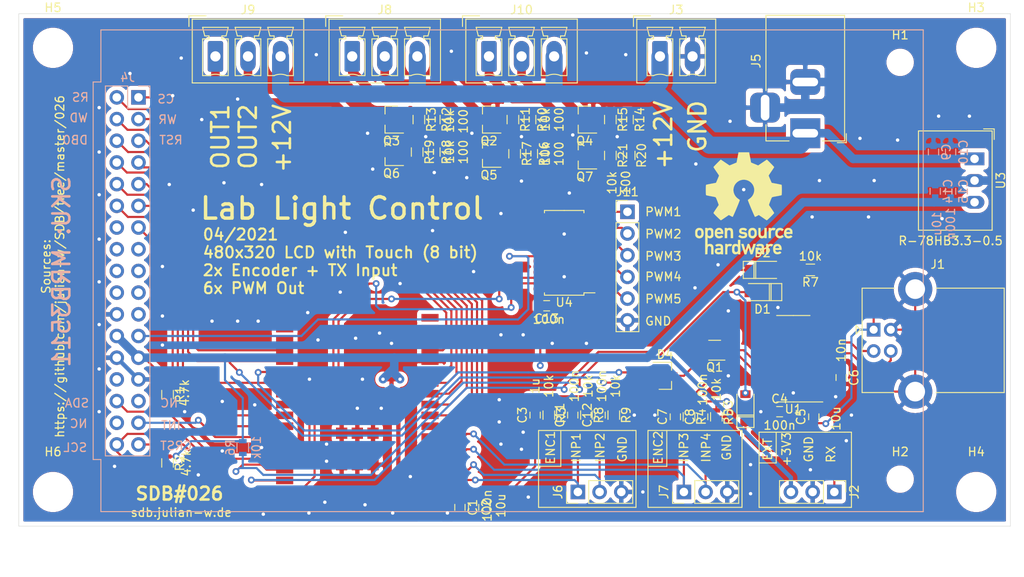
<source format=kicad_pcb>
(kicad_pcb (version 20171130) (host pcbnew "(5.1.9)-1")
  (layers (0 F.Cu signal) (31 B.Cu signal) (34 B.Paste user) (35 F.Paste user) (36 B.SilkS user) (37 F.SilkS user) (38 B.Mask user) (39 F.Mask user) (44 Edge.Cuts user))
  (net 0 "")
  (net 1 GND)
  (net 2 +3V3)
  (net 3 RESET)
  (net 4 +5V)
  (net 5 "Net-(C6-Pad1)")
  (net 6 IO34)
  (net 7 IO35)
  (net 8 +12V)
  (net 9 IO36)
  (net 10 IO39)
  (net 11 "Net-(D1-Pad1)")
  (net 12 USB_TX)
  (net 13 USB_RX)
  (net 14 "Net-(D2-Pad2)")
  (net 15 "Net-(D3-Pad1)")
  (net 16 "Net-(D4-Pad3)")
  (net 17 WD)
  (net 18 IO0)
  (net 19 "Net-(J1-Pad3)")
  (net 20 "Net-(J1-Pad2)")
  (net 21 SCL)
  (net 22 CRST)
  (net 23 INT)
  (net 24 SDA)
  (net 25 BL)
  (net 26 DB7)
  (net 27 DB6)
  (net 28 DB5)
  (net 29 DB4)
  (net 30 DB3)
  (net 31 DB2)
  (net 32 DB1)
  (net 33 DB0)
  (net 34 RST)
  (net 35 WR)
  (net 36 RS)
  (net 37 CS)
  (net 38 "Net-(J8-Pad2)")
  (net 39 "Net-(J8-Pad1)")
  (net 40 "Net-(J9-Pad2)")
  (net 41 "Net-(J9-Pad1)")
  (net 42 "Net-(J10-Pad2)")
  (net 43 "Net-(J10-Pad1)")
  (net 44 "Net-(Q1-Pad2)")
  (net 45 "Net-(Q1-Pad1)")
  (net 46 "Net-(Q2-Pad1)")
  (net 47 "Net-(Q3-Pad1)")
  (net 48 "Net-(Q4-Pad1)")
  (net 49 "Net-(Q5-Pad1)")
  (net 50 "Net-(Q6-Pad1)")
  (net 51 "Net-(Q7-Pad1)")
  (net 52 LED1)
  (net 53 LED3)
  (net 54 LED5)
  (net 55 LED2)
  (net 56 LED4)
  (net 57 LED6)
  (net 58 "Net-(J11-Pad5)")
  (net 59 "Net-(J11-Pad4)")
  (net 60 "Net-(J11-Pad3)")
  (net 61 "Net-(J11-Pad2)")
  (net 62 "Net-(J11-Pad1)")
  (module Symbols:OSHW-Logo_11.4x12mm_SilkScreen (layer F.Cu) (at 126.8 112.2)
    (fp_text reference LOGO1 hide)
    (fp_text value Logo_Open_Hardware_Small hide)
  )
  (module Connector_PinHeader_2.54mm:PinHeader_1x06_P2.54mm_Vertical (layer F.Cu) (at 113.2 113.2)
    (fp_text reference J11 (at 0 -2.33) (layer F.SilkS))
    (fp_text value Conn_01x06_Male)
    (pad 6 thru_hole oval (at 0 12.7) (size 1.7 1.7) (drill 1) (layers *.Cu *.Mask) (net 1 GND))
    (pad 5 thru_hole oval (at 0 10.16) (size 1.7 1.7) (drill 1) (layers *.Cu *.Mask) (net 58 "Net-(J11-Pad5)"))
    (pad 4 thru_hole oval (at 0 7.62) (size 1.7 1.7) (drill 1) (layers *.Cu *.Mask) (net 59 "Net-(J11-Pad4)"))
    (pad 3 thru_hole oval (at 0 5.08) (size 1.7 1.7) (drill 1) (layers *.Cu *.Mask) (net 60 "Net-(J11-Pad3)"))
    (pad 2 thru_hole oval (at 0 2.54) (size 1.7 1.7) (drill 1) (layers *.Cu *.Mask) (net 61 "Net-(J11-Pad2)"))
    (pad 1 thru_hole rect (at 0 0) (size 1.7 1.7) (drill 1) (layers *.Cu *.Mask) (net 62 "Net-(J11-Pad1)"))
  )
  (module Mounting_Holes:MountingHole_3.7mm (layer F.Cu) (at 46 146)
    (fp_text reference H6 (at 0 -4.7) (layer F.SilkS))
    (fp_text value MountingHole)
    (pad 1 np_thru_hole circle (at 0 0) (size 3.7 3.7) (drill 3.7) (layers *.Cu *.Mask))
  )
  (module Mounting_Holes:MountingHole_3.7mm (layer F.Cu) (at 46 94)
    (fp_text reference H5 (at 0 -4.7) (layer F.SilkS))
    (fp_text value MountingHole)
    (pad 1 np_thru_hole circle (at 0 0) (size 3.7 3.7) (drill 3.7) (layers *.Cu *.Mask))
  )
  (module Mounting_Holes:MountingHole_3.7mm (layer F.Cu) (at 154 146)
    (fp_text reference H4 (at 0 -4.7) (layer F.SilkS))
    (fp_text value MountingHole)
    (pad 1 np_thru_hole circle (at 0 0) (size 3.7 3.7) (drill 3.7) (layers *.Cu *.Mask))
  )
  (module Mounting_Holes:MountingHole_3.7mm (layer F.Cu) (at 154 94)
    (fp_text reference H3 (at 0 -4.7) (layer F.SilkS))
    (fp_text value MountingHole)
    (pad 1 np_thru_hole circle (at 0 0) (size 3.7 3.7) (drill 3.7) (layers *.Cu *.Mask))
  )
  (module Mounting_Holes:MountingHole_2.2mm_M2 (layer F.Cu) (at 145.1 144.5)
    (fp_text reference H2 (at 0 -3.2) (layer F.SilkS))
    (fp_text value MountingHole)
    (pad 1 np_thru_hole circle (at 0 0) (size 2.2 2.2) (drill 2.2) (layers *.Cu *.Mask))
  )
  (module Mounting_Holes:MountingHole_2.2mm_M2 (layer F.Cu) (at 145.1 95.7)
    (fp_text reference H1 (at 0 -3.2) (layer F.SilkS))
    (fp_text value MountingHole)
    (pad 1 np_thru_hole circle (at 0 0) (size 2.2 2.2) (drill 2.2) (layers *.Cu *.Mask))
  )
  (module Package_SO:TSSOP-28_4.4x9.7mm_P0.65mm (layer F.Cu) (at 105.8 118 180)
    (fp_text reference U4 (at 0 -5.8) (layer F.SilkS))
    (fp_text value PCA9685PW)
    (pad 28 smd roundrect (at 2.8625 -4.225 180) (size 1.475 0.4) (layers F.Cu F.Paste F.Mask) (net 2 +3V3))
    (pad 27 smd roundrect (at 2.8625 -3.575 180) (size 1.475 0.4) (layers F.Cu F.Paste F.Mask) (net 24 SDA))
    (pad 26 smd roundrect (at 2.8625 -2.925 180) (size 1.475 0.4) (layers F.Cu F.Paste F.Mask) (net 21 SCL))
    (pad 25 smd roundrect (at 2.8625 -2.275 180) (size 1.475 0.4) (layers F.Cu F.Paste F.Mask))
    (pad 24 smd roundrect (at 2.8625 -1.625 180) (size 1.475 0.4) (layers F.Cu F.Paste F.Mask) (net 1 GND))
    (pad 23 smd roundrect (at 2.8625 -0.975 180) (size 1.475 0.4) (layers F.Cu F.Paste F.Mask))
    (pad 22 smd roundrect (at 2.8625 -0.325 180) (size 1.475 0.4) (layers F.Cu F.Paste F.Mask) (net 25 BL))
    (pad 21 smd roundrect (at 2.8625 0.325 180) (size 1.475 0.4) (layers F.Cu F.Paste F.Mask))
    (pad 20 smd roundrect (at 2.8625 0.975 180) (size 1.475 0.4) (layers F.Cu F.Paste F.Mask) (net 56 LED4))
    (pad 19 smd roundrect (at 2.8625 1.625 180) (size 1.475 0.4) (layers F.Cu F.Paste F.Mask) (net 53 LED3))
    (pad 18 smd roundrect (at 2.8625 2.275 180) (size 1.475 0.4) (layers F.Cu F.Paste F.Mask) (net 55 LED2))
    (pad 17 smd roundrect (at 2.8625 2.925 180) (size 1.475 0.4) (layers F.Cu F.Paste F.Mask) (net 52 LED1))
    (pad 16 smd roundrect (at 2.8625 3.575 180) (size 1.475 0.4) (layers F.Cu F.Paste F.Mask) (net 57 LED6))
    (pad 15 smd roundrect (at 2.8625 4.225 180) (size 1.475 0.4) (layers F.Cu F.Paste F.Mask) (net 54 LED5))
    (pad 14 smd roundrect (at -2.8625 4.225 180) (size 1.475 0.4) (layers F.Cu F.Paste F.Mask) (net 1 GND))
    (pad 13 smd roundrect (at -2.8625 3.575 180) (size 1.475 0.4) (layers F.Cu F.Paste F.Mask) (net 62 "Net-(J11-Pad1)"))
    (pad 12 smd roundrect (at -2.8625 2.925 180) (size 1.475 0.4) (layers F.Cu F.Paste F.Mask) (net 61 "Net-(J11-Pad2)"))
    (pad 11 smd roundrect (at -2.8625 2.275 180) (size 1.475 0.4) (layers F.Cu F.Paste F.Mask) (net 60 "Net-(J11-Pad3)"))
    (pad 10 smd roundrect (at -2.8625 1.625 180) (size 1.475 0.4) (layers F.Cu F.Paste F.Mask) (net 59 "Net-(J11-Pad4)"))
    (pad 9 smd roundrect (at -2.8625 0.975 180) (size 1.475 0.4) (layers F.Cu F.Paste F.Mask) (net 58 "Net-(J11-Pad5)"))
    (pad 8 smd roundrect (at -2.8625 0.325 180) (size 1.475 0.4) (layers F.Cu F.Paste F.Mask))
    (pad 7 smd roundrect (at -2.8625 -0.325 180) (size 1.475 0.4) (layers F.Cu F.Paste F.Mask))
    (pad 6 smd roundrect (at -2.8625 -0.975 180) (size 1.475 0.4) (layers F.Cu F.Paste F.Mask))
    (pad 5 smd roundrect (at -2.8625 -1.625 180) (size 1.475 0.4) (layers F.Cu F.Paste F.Mask) (net 1 GND))
    (pad 4 smd roundrect (at -2.8625 -2.275 180) (size 1.475 0.4) (layers F.Cu F.Paste F.Mask) (net 1 GND))
    (pad 3 smd roundrect (at -2.8625 -2.925 180) (size 1.475 0.4) (layers F.Cu F.Paste F.Mask) (net 1 GND))
    (pad 2 smd roundrect (at -2.8625 -3.575 180) (size 1.475 0.4) (layers F.Cu F.Paste F.Mask) (net 1 GND))
    (pad 1 smd roundrect (at -2.8625 -4.225 180) (size 1.475 0.4) (layers F.Cu F.Paste F.Mask) (net 1 GND))
  )
  (module Converter_DCDC:Converter_DCDC_RECOM_R-78HB-0.5_THT (layer F.Cu) (at 153.8 107 270)
    (fp_text reference U3 (at 2.54 -3.06 90) (layer F.SilkS))
    (fp_text value R-78HB3.3-0.5)
    (pad 3 thru_hole oval (at 5.08 0 270) (size 1.5 2.3) (drill 1) (layers *.Cu *.Mask) (net 2 +3V3))
    (pad 2 thru_hole oval (at 2.54 0 270) (size 1.5 2.3) (drill 1) (layers *.Cu *.Mask) (net 1 GND))
    (pad 1 thru_hole rect (at 0 0 270) (size 1.5 2.3) (drill 1) (layers *.Cu *.Mask) (net 8 +12V))
  )
  (module tinkerforge:ESP32-WROVER-E (layer F.Cu) (at 81.6 140.2 180)
    (fp_text reference U2)
    (fp_text value ESP32-WROVER-E)
    (pad 39 smd rect (at 1.834896 1.077189 180) (size 1.3208 1.3208) (layers F.Cu F.Paste F.Mask) (net 1 GND))
    (pad 39 smd rect (at 0 1.077189 180) (size 1.3208 1.3208) (layers F.Cu F.Paste F.Mask) (net 1 GND))
    (pad 39 smd rect (at -1.834896 1.077189 180) (size 1.3208 1.3208) (layers F.Cu F.Paste F.Mask) (net 1 GND))
    (pad 39 smd rect (at 1.834896 -2.602789 180) (size 1.3208 1.3208) (layers F.Cu F.Paste F.Mask) (net 1 GND))
    (pad 39 smd rect (at 0 -2.602789 180) (size 1.3208 1.3208) (layers F.Cu F.Paste F.Mask) (net 1 GND))
    (pad 39 smd rect (at -1.834896 -2.602789 180) (size 1.3208 1.3208) (layers F.Cu F.Paste F.Mask) (net 1 GND))
    (pad 39 smd rect (at 1.835 -0.76294 180) (size 1.3208 1.3208) (layers F.Cu F.Paste F.Mask) (net 1 GND))
    (pad 39 smd rect (at 0 -0.76294 180) (size 1.3208 1.3208) (layers F.Cu F.Paste F.Mask) (net 1 GND))
    (pad 39 smd rect (at -1.835 -0.76294 180) (size 1.3208 1.3208) (layers F.Cu F.Paste F.Mask) (net 1 GND))
    (pad 20 smd rect (at 8.500001 14.597202 180) (size 2.0066 0.889) (layers F.Cu F.Paste F.Mask))
    (pad 21 smd rect (at 8.500001 13.327202 180) (size 2.0066 0.889) (layers F.Cu F.Paste F.Mask))
    (pad 22 smd rect (at 8.500001 12.057202 180) (size 2.0066 0.889) (layers F.Cu F.Paste F.Mask))
    (pad 23 smd rect (at 8.500001 10.787202 180) (size 2.0066 0.889) (layers F.Cu F.Paste F.Mask) (net 30 DB3))
    (pad 24 smd rect (at 8.500001 9.517202 180) (size 2.0066 0.889) (layers F.Cu F.Paste F.Mask) (net 29 DB4))
    (pad 25 smd rect (at 8.500001 8.247202 180) (size 2.0066 0.889) (layers F.Cu F.Paste F.Mask) (net 18 IO0))
    (pad 26 smd rect (at 8.500001 6.977202 180) (size 2.0066 0.889) (layers F.Cu F.Paste F.Mask) (net 28 DB5))
    (pad 27 smd rect (at 8.500001 5.707202 180) (size 2.0066 0.889) (layers F.Cu F.Paste F.Mask))
    (pad 28 smd rect (at 8.500001 4.437202 180) (size 2.0066 0.889) (layers F.Cu F.Paste F.Mask))
    (pad 29 smd rect (at 8.500001 3.167202 180) (size 2.0066 0.889) (layers F.Cu F.Paste F.Mask) (net 27 DB6))
    (pad 30 smd rect (at 8.500001 1.897202 180) (size 2.0066 0.889) (layers F.Cu F.Paste F.Mask) (net 26 DB7))
    (pad 31 smd rect (at 8.500001 0.627202 180) (size 2.0066 0.889) (layers F.Cu F.Paste F.Mask) (net 23 INT))
    (pad 32 smd rect (at 8.500001 -0.642798 180) (size 2.0066 0.889) (layers F.Cu F.Paste F.Mask))
    (pad 33 smd rect (at 8.500001 -1.912798 180) (size 2.0066 0.889) (layers F.Cu F.Paste F.Mask) (net 24 SDA))
    (pad 34 smd rect (at 8.500001 -3.182798 180) (size 2.0066 0.889) (layers F.Cu F.Paste F.Mask) (net 12 USB_TX))
    (pad 35 smd rect (at 8.500001 -4.452798 180) (size 2.0066 0.889) (layers F.Cu F.Paste F.Mask) (net 13 USB_RX))
    (pad 36 smd rect (at 8.500001 -5.722798 180) (size 2.0066 0.889) (layers F.Cu F.Paste F.Mask) (net 21 SCL))
    (pad 37 smd rect (at 8.500001 -6.992798 180) (size 2.0066 0.889) (layers F.Cu F.Paste F.Mask) (net 22 CRST))
    (pad 38 smd rect (at 8.500001 -8.262798 180) (size 2.0066 0.889) (layers F.Cu F.Paste F.Mask) (net 1 GND))
    (pad 19 smd rect (at -8.500001 14.597202 180) (size 2.0066 0.889) (layers F.Cu F.Paste F.Mask))
    (pad 18 smd rect (at -8.500001 13.327202 180) (size 2.0066 0.889) (layers F.Cu F.Paste F.Mask))
    (pad 17 smd rect (at -8.500001 12.057202 180) (size 2.0066 0.889) (layers F.Cu F.Paste F.Mask))
    (pad 16 smd rect (at -8.500001 10.787202 180) (size 2.0066 0.889) (layers F.Cu F.Paste F.Mask) (net 31 DB2))
    (pad 15 smd rect (at -8.500001 9.517202 180) (size 2.0066 0.889) (layers F.Cu F.Paste F.Mask) (net 1 GND))
    (pad 14 smd rect (at -8.500001 8.247202 180) (size 2.0066 0.889) (layers F.Cu F.Paste F.Mask) (net 32 DB1))
    (pad 13 smd rect (at -8.500001 6.977202 180) (size 2.0066 0.889) (layers F.Cu F.Paste F.Mask) (net 33 DB0))
    (pad 12 smd rect (at -8.500001 5.707202 180) (size 2.0066 0.889) (layers F.Cu F.Paste F.Mask) (net 34 RST))
    (pad 11 smd rect (at -8.500001 4.437202 180) (size 2.0066 0.889) (layers F.Cu F.Paste F.Mask) (net 17 WD))
    (pad 10 smd rect (at -8.500001 3.167202 180) (size 2.0066 0.889) (layers F.Cu F.Paste F.Mask) (net 35 WR))
    (pad 9 smd rect (at -8.500001 1.897202 180) (size 2.0066 0.889) (layers F.Cu F.Paste F.Mask) (net 36 RS))
    (pad 8 smd rect (at -8.500001 0.627202 180) (size 2.0066 0.889) (layers F.Cu F.Paste F.Mask) (net 37 CS))
    (pad 7 smd rect (at -8.500001 -0.642798 180) (size 2.0066 0.889) (layers F.Cu F.Paste F.Mask) (net 7 IO35))
    (pad 6 smd rect (at -8.500001 -1.912798 180) (size 2.0066 0.889) (layers F.Cu F.Paste F.Mask) (net 6 IO34))
    (pad 5 smd rect (at -8.500001 -3.182798 180) (size 2.0066 0.889) (layers F.Cu F.Paste F.Mask) (net 10 IO39))
    (pad 4 smd rect (at -8.500001 -4.452798 180) (size 2.0066 0.889) (layers F.Cu F.Paste F.Mask) (net 9 IO36))
    (pad 3 smd rect (at -8.500001 -5.722798 180) (size 2.0066 0.889) (layers F.Cu F.Paste F.Mask) (net 3 RESET))
    (pad 2 smd rect (at -8.500001 -6.992798 180) (size 2.0066 0.889) (layers F.Cu F.Paste F.Mask) (net 2 +3V3))
    (pad 1 smd rect (at -8.500001 -8.262798 180) (size 2.0066 0.889) (layers F.Cu F.Paste F.Mask) (net 1 GND))
  )
  (module Package_SO:SOIC-16_3.9x9.9mm_P1.27mm (layer F.Cu) (at 132.6 130.4 180)
    (fp_text reference U1 (at 0 -5.9) (layer F.SilkS))
    (fp_text value CH340C)
    (pad 16 smd roundrect (at 2.475 -4.445 180) (size 1.95 0.6) (layers F.Cu F.Paste F.Mask) (net 4 +5V))
    (pad 15 smd roundrect (at 2.475 -3.175 180) (size 1.95 0.6) (layers F.Cu F.Paste F.Mask))
    (pad 14 smd roundrect (at 2.475 -1.905 180) (size 1.95 0.6) (layers F.Cu F.Paste F.Mask) (net 45 "Net-(Q1-Pad1)"))
    (pad 13 smd roundrect (at 2.475 -0.635 180) (size 1.95 0.6) (layers F.Cu F.Paste F.Mask) (net 44 "Net-(Q1-Pad2)"))
    (pad 12 smd roundrect (at 2.475 0.635 180) (size 1.95 0.6) (layers F.Cu F.Paste F.Mask))
    (pad 11 smd roundrect (at 2.475 1.905 180) (size 1.95 0.6) (layers F.Cu F.Paste F.Mask))
    (pad 10 smd roundrect (at 2.475 3.175 180) (size 1.95 0.6) (layers F.Cu F.Paste F.Mask))
    (pad 9 smd roundrect (at 2.475 4.445 180) (size 1.95 0.6) (layers F.Cu F.Paste F.Mask))
    (pad 8 smd roundrect (at -2.475 4.445 180) (size 1.95 0.6) (layers F.Cu F.Paste F.Mask))
    (pad 7 smd roundrect (at -2.475 3.175 180) (size 1.95 0.6) (layers F.Cu F.Paste F.Mask))
    (pad 6 smd roundrect (at -2.475 1.905 180) (size 1.95 0.6) (layers F.Cu F.Paste F.Mask) (net 20 "Net-(J1-Pad2)"))
    (pad 5 smd roundrect (at -2.475 0.635 180) (size 1.95 0.6) (layers F.Cu F.Paste F.Mask) (net 19 "Net-(J1-Pad3)"))
    (pad 4 smd roundrect (at -2.475 -0.635 180) (size 1.95 0.6) (layers F.Cu F.Paste F.Mask) (net 5 "Net-(C6-Pad1)"))
    (pad 3 smd roundrect (at -2.475 -1.905 180) (size 1.95 0.6) (layers F.Cu F.Paste F.Mask) (net 14 "Net-(D2-Pad2)"))
    (pad 2 smd roundrect (at -2.475 -3.175 180) (size 1.95 0.6) (layers F.Cu F.Paste F.Mask) (net 11 "Net-(D1-Pad1)"))
    (pad 1 smd roundrect (at -2.475 -4.445 180) (size 1.95 0.6) (layers F.Cu F.Paste F.Mask) (net 1 GND))
  )
  (module Resistors_SMD:R_0603 (layer F.Cu) (at 111.2 106.6 270)
    (fp_text reference R21 (at 0 -1.45 90) (layer F.SilkS))
    (fp_text value 10k)
    (pad 1 smd rect (at -0.75 0 270) (size 0.5 0.9) (layers F.Cu F.Paste F.Mask) (net 1 GND))
    (pad 2 smd rect (at 0.75 0 270) (size 0.5 0.9) (layers F.Cu F.Paste F.Mask) (net 51 "Net-(Q7-Pad1)"))
  )
  (module Resistors_SMD:R_0603 (layer F.Cu) (at 113.4 106.6 270)
    (fp_text reference R20 (at 0 -1.45 90) (layer F.SilkS))
    (fp_text value 100)
    (pad 1 smd rect (at -0.75 0 270) (size 0.5 0.9) (layers F.Cu F.Paste F.Mask) (net 57 LED6))
    (pad 2 smd rect (at 0.75 0 270) (size 0.5 0.9) (layers F.Cu F.Paste F.Mask) (net 51 "Net-(Q7-Pad1)"))
  )
  (module Resistors_SMD:R_0603 (layer F.Cu) (at 88.6 106.2 270)
    (fp_text reference R19 (at 0 -1.45 90) (layer F.SilkS))
    (fp_text value 10k)
    (pad 1 smd rect (at -0.75 0 270) (size 0.5 0.9) (layers F.Cu F.Paste F.Mask) (net 1 GND))
    (pad 2 smd rect (at 0.75 0 270) (size 0.5 0.9) (layers F.Cu F.Paste F.Mask) (net 50 "Net-(Q6-Pad1)"))
  )
  (module Resistors_SMD:R_0603 (layer F.Cu) (at 90.6 106.2 270)
    (fp_text reference R18 (at 0 -1.45 90) (layer F.SilkS))
    (fp_text value 100)
    (pad 1 smd rect (at -0.75 0 270) (size 0.5 0.9) (layers F.Cu F.Paste F.Mask) (net 56 LED4))
    (pad 2 smd rect (at 0.75 0 270) (size 0.5 0.9) (layers F.Cu F.Paste F.Mask) (net 50 "Net-(Q6-Pad1)"))
  )
  (module Resistors_SMD:R_0603 (layer F.Cu) (at 100 106.4 270)
    (fp_text reference R17 (at 0 -1.45 90) (layer F.SilkS))
    (fp_text value 10k)
    (pad 1 smd rect (at -0.75 0 270) (size 0.5 0.9) (layers F.Cu F.Paste F.Mask) (net 1 GND))
    (pad 2 smd rect (at 0.75 0 270) (size 0.5 0.9) (layers F.Cu F.Paste F.Mask) (net 49 "Net-(Q5-Pad1)"))
  )
  (module Resistors_SMD:R_0603 (layer F.Cu) (at 102 106.4 270)
    (fp_text reference R16 (at 0 -1.45 90) (layer F.SilkS))
    (fp_text value 100)
    (pad 1 smd rect (at -0.75 0 270) (size 0.5 0.9) (layers F.Cu F.Paste F.Mask) (net 55 LED2))
    (pad 2 smd rect (at 0.75 0 270) (size 0.5 0.9) (layers F.Cu F.Paste F.Mask) (net 49 "Net-(Q5-Pad1)"))
  )
  (module Resistors_SMD:R_0603 (layer F.Cu) (at 111.2 102.4 270)
    (fp_text reference R15 (at 0 -1.45 90) (layer F.SilkS))
    (fp_text value 10k)
    (pad 1 smd rect (at -0.75 0 270) (size 0.5 0.9) (layers F.Cu F.Paste F.Mask) (net 1 GND))
    (pad 2 smd rect (at 0.75 0 270) (size 0.5 0.9) (layers F.Cu F.Paste F.Mask) (net 48 "Net-(Q4-Pad1)"))
  )
  (module Resistors_SMD:R_0603 (layer F.Cu) (at 113.2 102.4 270)
    (fp_text reference R14 (at 0 -1.45 90) (layer F.SilkS))
    (fp_text value 100)
    (pad 1 smd rect (at -0.75 0 270) (size 0.5 0.9) (layers F.Cu F.Paste F.Mask) (net 54 LED5))
    (pad 2 smd rect (at 0.75 0 270) (size 0.5 0.9) (layers F.Cu F.Paste F.Mask) (net 48 "Net-(Q4-Pad1)"))
  )
  (module Resistors_SMD:R_0603 (layer F.Cu) (at 88.8 102.4 270)
    (fp_text reference R13 (at 0 -1.45 90) (layer F.SilkS))
    (fp_text value 10k)
    (pad 1 smd rect (at -0.75 0 270) (size 0.5 0.9) (layers F.Cu F.Paste F.Mask) (net 1 GND))
    (pad 2 smd rect (at 0.75 0 270) (size 0.5 0.9) (layers F.Cu F.Paste F.Mask) (net 47 "Net-(Q3-Pad1)"))
  )
  (module Resistors_SMD:R_0603 (layer F.Cu) (at 90.6 102.4 270)
    (fp_text reference R12 (at 0 -1.45 90) (layer F.SilkS))
    (fp_text value 100)
    (pad 1 smd rect (at -0.75 0 270) (size 0.5 0.9) (layers F.Cu F.Paste F.Mask) (net 53 LED3))
    (pad 2 smd rect (at 0.75 0 270) (size 0.5 0.9) (layers F.Cu F.Paste F.Mask) (net 47 "Net-(Q3-Pad1)"))
  )
  (module Resistors_SMD:R_0603 (layer F.Cu) (at 99.8 102.4 270)
    (fp_text reference R11 (at 0 -1.45 90) (layer F.SilkS))
    (fp_text value 10k)
    (pad 1 smd rect (at -0.75 0 270) (size 0.5 0.9) (layers F.Cu F.Paste F.Mask) (net 1 GND))
    (pad 2 smd rect (at 0.75 0 270) (size 0.5 0.9) (layers F.Cu F.Paste F.Mask) (net 46 "Net-(Q2-Pad1)"))
  )
  (module Resistors_SMD:R_0603 (layer F.Cu) (at 101.8 102.4 270)
    (fp_text reference R10 (at 0 -1.45 90) (layer F.SilkS))
    (fp_text value 100)
    (pad 1 smd rect (at -0.75 0 270) (size 0.5 0.9) (layers F.Cu F.Paste F.Mask) (net 52 LED1))
    (pad 2 smd rect (at 0.75 0 270) (size 0.5 0.9) (layers F.Cu F.Paste F.Mask) (net 46 "Net-(Q2-Pad1)"))
  )
  (module Resistors_SMD:R_0603 (layer F.Cu) (at 111.6 137 270)
    (fp_text reference R9 (at 0 -1.45 90) (layer F.SilkS))
    (fp_text value 10k)
    (pad 1 smd rect (at -0.75 0 270) (size 0.5 0.9) (layers F.Cu F.Paste F.Mask) (net 2 +3V3))
    (pad 2 smd rect (at 0.75 0 270) (size 0.5 0.9) (layers F.Cu F.Paste F.Mask) (net 10 IO39))
  )
  (module Resistors_SMD:R_0603 (layer F.Cu) (at 108.4 137 270)
    (fp_text reference R8 (at 0 -1.45 90) (layer F.SilkS))
    (fp_text value 10k)
    (pad 1 smd rect (at -0.75 0 270) (size 0.5 0.9) (layers F.Cu F.Paste F.Mask) (net 2 +3V3))
    (pad 2 smd rect (at 0.75 0 270) (size 0.5 0.9) (layers F.Cu F.Paste F.Mask) (net 9 IO36))
  )
  (module Resistors_SMD:R_0603 (layer F.Cu) (at 134.6 120 180)
    (fp_text reference R7 (at 0 -1.45) (layer F.SilkS))
    (fp_text value 10k)
    (pad 1 smd rect (at -0.75 0 180) (size 0.5 0.9) (layers F.Cu F.Paste F.Mask) (net 4 +5V))
    (pad 2 smd rect (at 0.75 0 180) (size 0.5 0.9) (layers F.Cu F.Paste F.Mask) (net 14 "Net-(D2-Pad2)"))
  )
  (module Resistors_SMD:R_0603 (layer B.Cu) (at 68.2 140.8 270)
    (fp_text reference R6 (at 0 1.45 270) (layer B.SilkS) (effects (justify mirror)))
    (fp_text value 10k)
    (pad 1 smd rect (at -0.75 0 270) (size 0.5 0.9) (layers B.Cu B.Paste B.Mask) (net 2 +3V3))
    (pad 2 smd rect (at 0.75 0 270) (size 0.5 0.9) (layers B.Cu B.Paste B.Mask) (net 12 USB_TX))
  )
  (module Resistors_SMD:R_0603 (layer F.Cu) (at 123.6 137.2 270)
    (fp_text reference R5 (at 0 -1.45 90) (layer F.SilkS))
    (fp_text value 10k)
    (pad 1 smd rect (at -0.75 0 270) (size 0.5 0.9) (layers F.Cu F.Paste F.Mask) (net 2 +3V3))
    (pad 2 smd rect (at 0.75 0 270) (size 0.5 0.9) (layers F.Cu F.Paste F.Mask) (net 7 IO35))
  )
  (module Resistors_SMD:R_0603 (layer F.Cu) (at 120.4 137.2 270)
    (fp_text reference R4 (at 0 -1.45 90) (layer F.SilkS))
    (fp_text value 10k)
    (pad 1 smd rect (at -0.75 0 270) (size 0.5 0.9) (layers F.Cu F.Paste F.Mask) (net 2 +3V3))
    (pad 2 smd rect (at 0.75 0 270) (size 0.5 0.9) (layers F.Cu F.Paste F.Mask) (net 6 IO34))
  )
  (module Resistors_SMD:R_0603 (layer F.Cu) (at 104 137 270)
    (fp_text reference R3 (at 0 -1.45 90) (layer F.SilkS))
    (fp_text value 10k)
    (pad 1 smd rect (at -0.75 0 270) (size 0.5 0.9) (layers F.Cu F.Paste F.Mask) (net 2 +3V3))
    (pad 2 smd rect (at 0.75 0 270) (size 0.5 0.9) (layers F.Cu F.Paste F.Mask) (net 3 RESET))
  )
  (module Resistors_SMD:R_0603 (layer F.Cu) (at 59.4 142.6 270)
    (fp_text reference R2 (at 0 -1.45 90) (layer F.SilkS))
    (fp_text value 4.7k)
    (pad 1 smd rect (at -0.75 0 270) (size 0.5 0.9) (layers F.Cu F.Paste F.Mask) (net 2 +3V3))
    (pad 2 smd rect (at 0.75 0 270) (size 0.5 0.9) (layers F.Cu F.Paste F.Mask) (net 21 SCL))
  )
  (module Resistors_SMD:R_0603 (layer F.Cu) (at 59.4 134.6 270)
    (fp_text reference R1 (at 0 -1.45 90) (layer F.SilkS))
    (fp_text value 4.7k)
    (pad 1 smd rect (at -0.75 0 270) (size 0.5 0.9) (layers F.Cu F.Paste F.Mask) (net 2 +3V3))
    (pad 2 smd rect (at 0.75 0 270) (size 0.5 0.9) (layers F.Cu F.Paste F.Mask) (net 24 SDA))
  )
  (module Package_TO_SOT_SMD:SOT-23 (layer F.Cu) (at 108.2 106.6 180)
    (fp_text reference Q7 (at 0 -2.5) (layer F.SilkS))
    (fp_text value IRLML6344)
    (pad 3 smd rect (at 1 0 180) (size 0.9 0.8) (layers F.Cu F.Paste F.Mask) (net 43 "Net-(J10-Pad1)"))
    (pad 2 smd rect (at -1 0.95 180) (size 0.9 0.8) (layers F.Cu F.Paste F.Mask) (net 1 GND))
    (pad 1 smd rect (at -1 -0.95 180) (size 0.9 0.8) (layers F.Cu F.Paste F.Mask) (net 51 "Net-(Q7-Pad1)"))
  )
  (module Package_TO_SOT_SMD:SOT-23 (layer F.Cu) (at 85.6 106.2 180)
    (fp_text reference Q6 (at 0 -2.5) (layer F.SilkS))
    (fp_text value IRLML6344)
    (pad 3 smd rect (at 1 0 180) (size 0.9 0.8) (layers F.Cu F.Paste F.Mask) (net 41 "Net-(J9-Pad1)"))
    (pad 2 smd rect (at -1 0.95 180) (size 0.9 0.8) (layers F.Cu F.Paste F.Mask) (net 1 GND))
    (pad 1 smd rect (at -1 -0.95 180) (size 0.9 0.8) (layers F.Cu F.Paste F.Mask) (net 50 "Net-(Q6-Pad1)"))
  )
  (module Package_TO_SOT_SMD:SOT-23 (layer F.Cu) (at 97 106.4 180)
    (fp_text reference Q5 (at 0 -2.5) (layer F.SilkS))
    (fp_text value IRLML6344)
    (pad 3 smd rect (at 1 0 180) (size 0.9 0.8) (layers F.Cu F.Paste F.Mask) (net 39 "Net-(J8-Pad1)"))
    (pad 2 smd rect (at -1 0.95 180) (size 0.9 0.8) (layers F.Cu F.Paste F.Mask) (net 1 GND))
    (pad 1 smd rect (at -1 -0.95 180) (size 0.9 0.8) (layers F.Cu F.Paste F.Mask) (net 49 "Net-(Q5-Pad1)"))
  )
  (module Package_TO_SOT_SMD:SOT-23 (layer F.Cu) (at 108.2 102.4 180)
    (fp_text reference Q4 (at 0 -2.5) (layer F.SilkS))
    (fp_text value IRLML6344)
    (pad 3 smd rect (at 1 0 180) (size 0.9 0.8) (layers F.Cu F.Paste F.Mask) (net 42 "Net-(J10-Pad2)"))
    (pad 2 smd rect (at -1 0.95 180) (size 0.9 0.8) (layers F.Cu F.Paste F.Mask) (net 1 GND))
    (pad 1 smd rect (at -1 -0.95 180) (size 0.9 0.8) (layers F.Cu F.Paste F.Mask) (net 48 "Net-(Q4-Pad1)"))
  )
  (module Package_TO_SOT_SMD:SOT-23 (layer F.Cu) (at 85.6 102.4 180)
    (fp_text reference Q3 (at 0 -2.5) (layer F.SilkS))
    (fp_text value IRLML6344)
    (pad 3 smd rect (at 1 0 180) (size 0.9 0.8) (layers F.Cu F.Paste F.Mask) (net 40 "Net-(J9-Pad2)"))
    (pad 2 smd rect (at -1 0.95 180) (size 0.9 0.8) (layers F.Cu F.Paste F.Mask) (net 1 GND))
    (pad 1 smd rect (at -1 -0.95 180) (size 0.9 0.8) (layers F.Cu F.Paste F.Mask) (net 47 "Net-(Q3-Pad1)"))
  )
  (module Package_TO_SOT_SMD:SOT-23 (layer F.Cu) (at 97 102.4 180)
    (fp_text reference Q2 (at 0 -2.5) (layer F.SilkS))
    (fp_text value IRLML6344)
    (pad 3 smd rect (at 1 0 180) (size 0.9 0.8) (layers F.Cu F.Paste F.Mask) (net 38 "Net-(J8-Pad2)"))
    (pad 2 smd rect (at -1 0.95 180) (size 0.9 0.8) (layers F.Cu F.Paste F.Mask) (net 1 GND))
    (pad 1 smd rect (at -1 -0.95 180) (size 0.9 0.8) (layers F.Cu F.Paste F.Mask) (net 46 "Net-(Q2-Pad1)"))
  )
  (module Package_TO_SOT_SMD:SOT-363_SC-70-6 (layer F.Cu) (at 123.4 129.4 180)
    (fp_text reference Q1 (at 0 -2) (layer F.SilkS))
    (fp_text value PUMX1)
    (pad 6 smd rect (at 0.95 -0.65 180) (size 0.65 0.4) (layers F.Cu F.Paste F.Mask) (net 3 RESET))
    (pad 4 smd rect (at 0.95 0.65 180) (size 0.65 0.4) (layers F.Cu F.Paste F.Mask) (net 44 "Net-(Q1-Pad2)"))
    (pad 2 smd rect (at -0.95 0 180) (size 0.65 0.4) (layers F.Cu F.Paste F.Mask) (net 44 "Net-(Q1-Pad2)"))
    (pad 5 smd rect (at 0.95 0 180) (size 0.65 0.4) (layers F.Cu F.Paste F.Mask) (net 45 "Net-(Q1-Pad1)"))
    (pad 3 smd rect (at -0.95 0.65 180) (size 0.65 0.4) (layers F.Cu F.Paste F.Mask) (net 16 "Net-(D4-Pad3)"))
    (pad 1 smd rect (at -0.95 -0.65 180) (size 0.65 0.4) (layers F.Cu F.Paste F.Mask) (net 45 "Net-(Q1-Pad1)"))
  )
  (module Connector_Phoenix_MC:PhoenixContact_MCV_1,5_3-G-3.81_1x03_P3.81mm_Vertical (layer F.Cu) (at 97 95)
    (fp_text reference J10 (at 3.81 -5.45) (layer F.SilkS))
    (fp_text value Conn_01x03)
    (pad 3 thru_hole oval (at 7.62 0) (size 1.8 3.6) (drill 1.2) (layers *.Cu *.Mask) (net 8 +12V))
    (pad 2 thru_hole oval (at 3.81 0) (size 1.8 3.6) (drill 1.2) (layers *.Cu *.Mask) (net 42 "Net-(J10-Pad2)"))
    (pad 1 thru_hole roundrect (at 0 0) (size 1.8 3.6) (drill 1.2) (layers *.Cu *.Mask) (roundrect_rratio 0.1388888888888889) (net 43 "Net-(J10-Pad1)"))
  )
  (module Connector_Phoenix_MC:PhoenixContact_MCV_1,5_3-G-3.81_1x03_P3.81mm_Vertical (layer F.Cu) (at 65 95)
    (fp_text reference J9 (at 3.81 -5.45) (layer F.SilkS))
    (fp_text value Conn_01x03)
    (pad 3 thru_hole oval (at 7.62 0) (size 1.8 3.6) (drill 1.2) (layers *.Cu *.Mask) (net 8 +12V))
    (pad 2 thru_hole oval (at 3.81 0) (size 1.8 3.6) (drill 1.2) (layers *.Cu *.Mask) (net 40 "Net-(J9-Pad2)"))
    (pad 1 thru_hole roundrect (at 0 0) (size 1.8 3.6) (drill 1.2) (layers *.Cu *.Mask) (roundrect_rratio 0.1388888888888889) (net 41 "Net-(J9-Pad1)"))
  )
  (module Connector_Phoenix_MC:PhoenixContact_MCV_1,5_3-G-3.81_1x03_P3.81mm_Vertical (layer F.Cu) (at 81 95)
    (fp_text reference J8 (at 3.81 -5.45) (layer F.SilkS))
    (fp_text value Conn_01x03)
    (pad 3 thru_hole oval (at 7.62 0) (size 1.8 3.6) (drill 1.2) (layers *.Cu *.Mask) (net 8 +12V))
    (pad 2 thru_hole oval (at 3.81 0) (size 1.8 3.6) (drill 1.2) (layers *.Cu *.Mask) (net 38 "Net-(J8-Pad2)"))
    (pad 1 thru_hole roundrect (at 0 0) (size 1.8 3.6) (drill 1.2) (layers *.Cu *.Mask) (roundrect_rratio 0.1388888888888889) (net 39 "Net-(J8-Pad1)"))
  )
  (module Connector_PinHeader_2.54mm:PinHeader_1x03_P2.54mm_Vertical (layer F.Cu) (at 119.8 146 90)
    (fp_text reference J7 (at 0 -2.33 90) (layer F.SilkS))
    (fp_text value ENC2)
    (pad 3 thru_hole oval (at 0 5.08 90) (size 1.7 1.7) (drill 1) (layers *.Cu *.Mask) (net 1 GND))
    (pad 2 thru_hole oval (at 0 2.54 90) (size 1.7 1.7) (drill 1) (layers *.Cu *.Mask) (net 7 IO35))
    (pad 1 thru_hole rect (at 0 0 90) (size 1.7 1.7) (drill 1) (layers *.Cu *.Mask) (net 6 IO34))
  )
  (module Connector_PinHeader_2.54mm:PinHeader_1x03_P2.54mm_Vertical (layer F.Cu) (at 107.4 146 90)
    (fp_text reference J6 (at 0 -2.33 90) (layer F.SilkS))
    (fp_text value ENC1)
    (pad 3 thru_hole oval (at 0 5.08 90) (size 1.7 1.7) (drill 1) (layers *.Cu *.Mask) (net 1 GND))
    (pad 2 thru_hole oval (at 0 2.54 90) (size 1.7 1.7) (drill 1) (layers *.Cu *.Mask) (net 10 IO39))
    (pad 1 thru_hole rect (at 0 0 90) (size 1.7 1.7) (drill 1) (layers *.Cu *.Mask) (net 9 IO36))
  )
  (module Connector_BarrelJack:BarrelJack_Horizontal (layer F.Cu) (at 134 104 270)
    (fp_text reference J5 (at -8.45 5.75 90) (layer F.SilkS))
    (fp_text value Barrel_Jack_Switch)
    (pad 3 thru_hole roundrect (at -3 4.7 270) (size 3.5 3.5) (drill oval 3 1) (layers *.Cu *.Mask) (net 1 GND))
    (pad 2 thru_hole roundrect (at -6 0 270) (size 3 3.5) (drill oval 1 3) (layers *.Cu *.Mask) (net 1 GND))
    (pad 1 thru_hole rect (at 0 0 270) (size 3.5 3.5) (drill oval 1 3) (layers *.Cu *.Mask) (net 8 +12V))
  )
  (module Connector_PinHeader_2.54mm:PinHeader_2x17_P2.54mm_Vertical (layer B.Cu) (at 56 99.8 180)
    (fp_text reference J4 (at 1.27 2.33) (layer B.SilkS) (effects (justify mirror)))
    (fp_text value "3.5 Inch Display")
    (pad 34 thru_hole oval (at 2.54 -40.64 180) (size 1.7 1.7) (drill 1) (layers *.Cu *.Mask) (net 21 SCL))
    (pad 33 thru_hole oval (at 0 -40.64 180) (size 1.7 1.7) (drill 1) (layers *.Cu *.Mask) (net 22 CRST))
    (pad 32 thru_hole oval (at 2.54 -38.1 180) (size 1.7 1.7) (drill 1) (layers *.Cu *.Mask))
    (pad 31 thru_hole oval (at 0 -38.1 180) (size 1.7 1.7) (drill 1) (layers *.Cu *.Mask) (net 23 INT))
    (pad 30 thru_hole oval (at 2.54 -35.56 180) (size 1.7 1.7) (drill 1) (layers *.Cu *.Mask) (net 24 SDA))
    (pad 29 thru_hole oval (at 0 -35.56 180) (size 1.7 1.7) (drill 1) (layers *.Cu *.Mask))
    (pad 28 thru_hole oval (at 2.54 -33.02 180) (size 1.7 1.7) (drill 1) (layers *.Cu *.Mask))
    (pad 27 thru_hole oval (at 0 -33.02 180) (size 1.7 1.7) (drill 1) (layers *.Cu *.Mask) (net 1 GND))
    (pad 26 thru_hole oval (at 2.54 -30.48 180) (size 1.7 1.7) (drill 1) (layers *.Cu *.Mask) (net 1 GND))
    (pad 25 thru_hole oval (at 0 -30.48 180) (size 1.7 1.7) (drill 1) (layers *.Cu *.Mask) (net 2 +3V3))
    (pad 24 thru_hole oval (at 2.54 -27.94 180) (size 1.7 1.7) (drill 1) (layers *.Cu *.Mask) (net 2 +3V3))
    (pad 23 thru_hole oval (at 0 -27.94 180) (size 1.7 1.7) (drill 1) (layers *.Cu *.Mask) (net 25 BL))
    (pad 22 thru_hole oval (at 2.54 -25.4 180) (size 1.7 1.7) (drill 1) (layers *.Cu *.Mask) (net 1 GND))
    (pad 21 thru_hole oval (at 0 -25.4 180) (size 1.7 1.7) (drill 1) (layers *.Cu *.Mask))
    (pad 20 thru_hole oval (at 2.54 -22.86 180) (size 1.7 1.7) (drill 1) (layers *.Cu *.Mask))
    (pad 19 thru_hole oval (at 0 -22.86 180) (size 1.7 1.7) (drill 1) (layers *.Cu *.Mask))
    (pad 18 thru_hole oval (at 2.54 -20.32 180) (size 1.7 1.7) (drill 1) (layers *.Cu *.Mask))
    (pad 17 thru_hole oval (at 0 -20.32 180) (size 1.7 1.7) (drill 1) (layers *.Cu *.Mask))
    (pad 16 thru_hole oval (at 2.54 -17.78 180) (size 1.7 1.7) (drill 1) (layers *.Cu *.Mask))
    (pad 15 thru_hole oval (at 0 -17.78 180) (size 1.7 1.7) (drill 1) (layers *.Cu *.Mask))
    (pad 14 thru_hole oval (at 2.54 -15.24 180) (size 1.7 1.7) (drill 1) (layers *.Cu *.Mask))
    (pad 13 thru_hole oval (at 0 -15.24 180) (size 1.7 1.7) (drill 1) (layers *.Cu *.Mask) (net 26 DB7))
    (pad 12 thru_hole oval (at 2.54 -12.7 180) (size 1.7 1.7) (drill 1) (layers *.Cu *.Mask) (net 27 DB6))
    (pad 11 thru_hole oval (at 0 -12.7 180) (size 1.7 1.7) (drill 1) (layers *.Cu *.Mask) (net 28 DB5))
    (pad 10 thru_hole oval (at 2.54 -10.16 180) (size 1.7 1.7) (drill 1) (layers *.Cu *.Mask) (net 29 DB4))
    (pad 9 thru_hole oval (at 0 -10.16 180) (size 1.7 1.7) (drill 1) (layers *.Cu *.Mask) (net 30 DB3))
    (pad 8 thru_hole oval (at 2.54 -7.62 180) (size 1.7 1.7) (drill 1) (layers *.Cu *.Mask) (net 31 DB2))
    (pad 7 thru_hole oval (at 0 -7.62 180) (size 1.7 1.7) (drill 1) (layers *.Cu *.Mask) (net 32 DB1))
    (pad 6 thru_hole oval (at 2.54 -5.08 180) (size 1.7 1.7) (drill 1) (layers *.Cu *.Mask) (net 33 DB0))
    (pad 5 thru_hole oval (at 0 -5.08 180) (size 1.7 1.7) (drill 1) (layers *.Cu *.Mask) (net 34 RST))
    (pad 4 thru_hole oval (at 2.54 -2.54 180) (size 1.7 1.7) (drill 1) (layers *.Cu *.Mask) (net 17 WD))
    (pad 3 thru_hole oval (at 0 -2.54 180) (size 1.7 1.7) (drill 1) (layers *.Cu *.Mask) (net 35 WR))
    (pad 2 thru_hole oval (at 2.54 0 180) (size 1.7 1.7) (drill 1) (layers *.Cu *.Mask) (net 36 RS))
    (pad 1 thru_hole rect (at 0 0 180) (size 1.7 1.7) (drill 1) (layers *.Cu *.Mask) (net 37 CS))
  )
  (module Connector_Phoenix_MC:PhoenixContact_MCV_1,5_2-G-3.81_1x02_P3.81mm_Vertical (layer F.Cu) (at 117 95)
    (fp_text reference J3 (at 1.9 -5.45) (layer F.SilkS))
    (fp_text value LED_PWR)
    (pad 2 thru_hole oval (at 3.81 0) (size 1.8 3.6) (drill 1.2) (layers *.Cu *.Mask) (net 1 GND))
    (pad 1 thru_hole roundrect (at 0 0) (size 1.8 3.6) (drill 1.2) (layers *.Cu *.Mask) (roundrect_rratio 0.1388888888888889) (net 8 +12V))
  )
  (module Connector_PinHeader_2.54mm:PinHeader_1x03_P2.54mm_Vertical (layer F.Cu) (at 137.4 146 270)
    (fp_text reference J2 (at 0 -2.33 90) (layer F.SilkS))
    (fp_text value EXT)
    (pad 3 thru_hole oval (at 0 5.08 270) (size 1.7 1.7) (drill 1) (layers *.Cu *.Mask) (net 2 +3V3))
    (pad 2 thru_hole oval (at 0 2.54 270) (size 1.7 1.7) (drill 1) (layers *.Cu *.Mask) (net 1 GND))
    (pad 1 thru_hole rect (at 0 0 270) (size 1.7 1.7) (drill 1) (layers *.Cu *.Mask) (net 15 "Net-(D3-Pad1)"))
  )
  (module Connector_USB:USB_B_Lumberg_2411_02_Horizontal (layer F.Cu) (at 142 127)
    (fp_text reference J1 (at 7.5 -7.65) (layer F.SilkS))
    (fp_text value USB_B)
    (pad 5 thru_hole circle (at 4.86 -4.75 90) (size 4 4) (drill 2.3) (layers *.Cu *.Mask) (net 1 GND))
    (pad 5 thru_hole circle (at 4.86 7.25 90) (size 4 4) (drill 2.3) (layers *.Cu *.Mask) (net 1 GND))
    (pad 4 thru_hole circle (at 2 0 90) (size 1.6 1.6) (drill 0.95) (layers *.Cu *.Mask) (net 1 GND))
    (pad 3 thru_hole circle (at 2 2.5 90) (size 1.6 1.6) (drill 0.95) (layers *.Cu *.Mask) (net 19 "Net-(J1-Pad3)"))
    (pad 2 thru_hole circle (at 0 2.5 90) (size 1.6 1.6) (drill 0.95) (layers *.Cu *.Mask) (net 20 "Net-(J1-Pad2)"))
    (pad 1 thru_hole rect (at 0 0 90) (size 1.6 1.6) (drill 0.95) (layers *.Cu *.Mask) (net 4 +5V))
  )
  (module Package_TO_SOT_SMD:SOT-23 (layer F.Cu) (at 117.6 132.4)
    (fp_text reference D4 (at 0 -2.5) (layer F.SilkS))
    (fp_text value BAT54C)
    (pad 3 smd rect (at 1 0) (size 0.9 0.8) (layers F.Cu F.Paste F.Mask) (net 16 "Net-(D4-Pad3)"))
    (pad 2 smd rect (at -1 0.95) (size 0.9 0.8) (layers F.Cu F.Paste F.Mask) (net 29 DB4))
    (pad 1 smd rect (at -1 -0.95) (size 0.9 0.8) (layers F.Cu F.Paste F.Mask) (net 18 IO0))
  )
  (module Diodes_SMD:D_SOD-123 (layer F.Cu) (at 127 136.2 90)
    (fp_text reference D3 (at 0 -2 90) (layer F.SilkS))
    (fp_text value D)
    (pad 1 smd rect (at -1.65 0 90) (size 0.9 1.2) (layers F.Cu F.Paste F.Mask) (net 15 "Net-(D3-Pad1)"))
    (pad 2 smd rect (at 1.65 0 90) (size 0.9 1.2) (layers F.Cu F.Paste F.Mask) (net 12 USB_TX))
  )
  (module Diodes_SMD:D_SOD-123 (layer F.Cu) (at 129 120)
    (fp_text reference D2 (at 0 -2) (layer F.SilkS))
    (fp_text value D)
    (pad 1 smd rect (at -1.65 0) (size 0.9 1.2) (layers F.Cu F.Paste F.Mask) (net 13 USB_RX))
    (pad 2 smd rect (at 1.65 0) (size 0.9 1.2) (layers F.Cu F.Paste F.Mask) (net 14 "Net-(D2-Pad2)"))
  )
  (module Diodes_SMD:D_SOD-123 (layer F.Cu) (at 129 122.6 180)
    (fp_text reference D1 (at 0 -2) (layer F.SilkS))
    (fp_text value D)
    (pad 1 smd rect (at -1.65 0 180) (size 0.9 1.2) (layers F.Cu F.Paste F.Mask) (net 11 "Net-(D1-Pad1)"))
    (pad 2 smd rect (at 1.65 0 180) (size 0.9 1.2) (layers F.Cu F.Paste F.Mask) (net 12 USB_TX))
  )
  (module Capacitors_SMD:C_0603 (layer B.Cu) (at 151 110.8 90)
    (fp_text reference C15 (at 0 1.5 90) (layer B.SilkS) (effects (justify mirror)))
    (fp_text value 100n)
    (pad 2 smd rect (at 0.75 0 90) (size 0.8 0.75) (layers B.Cu B.Paste B.Mask) (net 1 GND))
    (pad 1 smd rect (at -0.75 0 90) (size 0.8 0.75) (layers B.Cu B.Paste B.Mask) (net 2 +3V3))
  )
  (module Capacitors_SMD:C_0603 (layer B.Cu) (at 149.2 110.8 90)
    (fp_text reference C14 (at 0 1.5 90) (layer B.SilkS) (effects (justify mirror)))
    (fp_text value 10u)
    (pad 2 smd rect (at 0.75 0 90) (size 0.8 0.75) (layers B.Cu B.Paste B.Mask) (net 1 GND))
    (pad 1 smd rect (at -0.75 0 90) (size 0.8 0.75) (layers B.Cu B.Paste B.Mask) (net 2 +3V3))
  )
  (module Capacitors_SMD:C_0603 (layer F.Cu) (at 103.75 124.2 180)
    (fp_text reference C13 (at 0 -1.5) (layer F.SilkS))
    (fp_text value 100n)
    (pad 2 smd rect (at 0.75 0 180) (size 0.8 0.75) (layers F.Cu F.Paste F.Mask) (net 2 +3V3))
    (pad 1 smd rect (at -0.75 0 180) (size 0.8 0.75) (layers F.Cu F.Paste F.Mask) (net 1 GND))
  )
  (module Capacitors_SMD:C_0603 (layer F.Cu) (at 110 137 90)
    (fp_text reference C12 (at 0 -1.5 90) (layer F.SilkS))
    (fp_text value 100n)
    (pad 2 smd rect (at 0.75 0 90) (size 0.8 0.75) (layers F.Cu F.Paste F.Mask) (net 1 GND))
    (pad 1 smd rect (at -0.75 0 90) (size 0.8 0.75) (layers F.Cu F.Paste F.Mask) (net 10 IO39))
  )
  (module Capacitors_SMD:C_0603 (layer F.Cu) (at 106.8 137 90)
    (fp_text reference C11 (at 0 -1.5 90) (layer F.SilkS))
    (fp_text value 100n)
    (pad 2 smd rect (at 0.75 0 90) (size 0.8 0.75) (layers F.Cu F.Paste F.Mask) (net 1 GND))
    (pad 1 smd rect (at -0.75 0 90) (size 0.8 0.75) (layers F.Cu F.Paste F.Mask) (net 9 IO36))
  )
  (module Capacitors_SMD:C_0603 (layer B.Cu) (at 151 106.2 90)
    (fp_text reference C10 (at 0 1.5 90) (layer B.SilkS) (effects (justify mirror)))
    (fp_text value 100n)
    (pad 2 smd rect (at 0.75 0 90) (size 0.8 0.75) (layers B.Cu B.Paste B.Mask) (net 1 GND))
    (pad 1 smd rect (at -0.75 0 90) (size 0.8 0.75) (layers B.Cu B.Paste B.Mask) (net 8 +12V))
  )
  (module Capacitors_SMD:C_0603 (layer B.Cu) (at 149 106.2 90)
    (fp_text reference C9 (at 0 1.5 90) (layer B.SilkS) (effects (justify mirror)))
    (fp_text value 10u)
    (pad 2 smd rect (at 0.75 0 90) (size 0.8 0.75) (layers B.Cu B.Paste B.Mask) (net 1 GND))
    (pad 1 smd rect (at -0.75 0 90) (size 0.8 0.75) (layers B.Cu B.Paste B.Mask) (net 8 +12V))
  )
  (module Capacitors_SMD:C_0603 (layer F.Cu) (at 122 137.2 90)
    (fp_text reference C8 (at 0 -1.5 90) (layer F.SilkS))
    (fp_text value 100n)
    (pad 2 smd rect (at 0.75 0 90) (size 0.8 0.75) (layers F.Cu F.Paste F.Mask) (net 1 GND))
    (pad 1 smd rect (at -0.75 0 90) (size 0.8 0.75) (layers F.Cu F.Paste F.Mask) (net 7 IO35))
  )
  (module Capacitors_SMD:C_0603 (layer F.Cu) (at 118.8 137.2 90)
    (fp_text reference C7 (at 0 -1.5 90) (layer F.SilkS))
    (fp_text value 100n)
    (pad 2 smd rect (at 0.75 0 90) (size 0.8 0.75) (layers F.Cu F.Paste F.Mask) (net 1 GND))
    (pad 1 smd rect (at -0.75 0 90) (size 0.8 0.75) (layers F.Cu F.Paste F.Mask) (net 6 IO34))
  )
  (module Capacitors_SMD:C_0603 (layer F.Cu) (at 138.2 132.6 270)
    (fp_text reference C6 (at 0 -1.5 90) (layer F.SilkS))
    (fp_text value 10n)
    (pad 2 smd rect (at 0.75 0 270) (size 0.8 0.75) (layers F.Cu F.Paste F.Mask) (net 1 GND))
    (pad 1 smd rect (at -0.75 0 270) (size 0.8 0.75) (layers F.Cu F.Paste F.Mask) (net 5 "Net-(C6-Pad1)"))
  )
  (module Capacitors_SMD:C_0603 (layer F.Cu) (at 135 137.2 90)
    (fp_text reference C5 (at 0 -1.5 90) (layer F.SilkS))
    (fp_text value 100n)
    (pad 2 smd rect (at 0.75 0 90) (size 0.8 0.75) (layers F.Cu F.Paste F.Mask) (net 1 GND))
    (pad 1 smd rect (at -0.75 0 90) (size 0.8 0.75) (layers F.Cu F.Paste F.Mask) (net 4 +5V))
  )
  (module Capacitors_SMD:C_0603 (layer F.Cu) (at 131 136.6)
    (fp_text reference C4 (at 0 -1.5) (layer F.SilkS))
    (fp_text value 100n)
    (pad 2 smd rect (at 0.75 0) (size 0.8 0.75) (layers F.Cu F.Paste F.Mask) (net 1 GND))
    (pad 1 smd rect (at -0.75 0) (size 0.8 0.75) (layers F.Cu F.Paste F.Mask) (net 4 +5V))
  )
  (module Capacitors_SMD:C_0603 (layer F.Cu) (at 102.4 137 90)
    (fp_text reference C3 (at 0 -1.5 90) (layer F.SilkS))
    (fp_text value 1u)
    (pad 2 smd rect (at 0.75 0 90) (size 0.8 0.75) (layers F.Cu F.Paste F.Mask) (net 1 GND))
    (pad 1 smd rect (at -0.75 0 90) (size 0.8 0.75) (layers F.Cu F.Paste F.Mask) (net 3 RESET))
  )
  (module Capacitors_SMD:C_0603 (layer F.Cu) (at 95.2 147.8 270)
    (fp_text reference C2 (at 0 -1.5 90) (layer F.SilkS))
    (fp_text value 100n)
    (pad 2 smd rect (at 0.75 0 270) (size 0.8 0.75) (layers F.Cu F.Paste F.Mask) (net 1 GND))
    (pad 1 smd rect (at -0.75 0 270) (size 0.8 0.75) (layers F.Cu F.Paste F.Mask) (net 2 +3V3))
  )
  (module Capacitors_SMD:C_0603 (layer F.Cu) (at 93.6 147.8 270)
    (fp_text reference C1 (at 0 -1.5 90) (layer F.SilkS))
    (fp_text value 100n)
    (pad 2 smd rect (at 0.75 0 270) (size 0.8 0.75) (layers F.Cu F.Paste F.Mask) (net 1 GND))
    (pad 1 smd rect (at -0.75 0 270) (size 0.8 0.75) (layers F.Cu F.Paste F.Mask) (net 2 +3V3))
  )
  (gr_line (start 130.6 142.6) (end 130.6 139) (layer F.SilkS) (width 0.12))
  (gr_line (start 128.6 142.6) (end 130.6 142.6) (layer F.SilkS) (width 0.12))
  (gr_line (start 117.8 143) (end 117.8 138.8) (layer F.SilkS) (width 0.12))
  (gr_line (start 115.6 143) (end 117.8 143) (layer F.SilkS) (width 0.12))
  (gr_line (start 105.4 143) (end 105.4 138.8) (layer F.SilkS) (width 0.12))
  (gr_line (start 102.8 143) (end 105.4 143) (layer F.SilkS) (width 0.12))
  (gr_text PWM5 (at 117.4 123.4) (layer F.SilkS) (effects (font (size 1 1))))
  (gr_text PWM4 (at 117.4 120.8) (layer F.SilkS) (effects (font (size 1 1))))
  (gr_text PWM3 (at 117.4 118.4) (layer F.SilkS) (effects (font (size 1 1))))
  (gr_text PWM2 (at 117.4 115.8) (layer F.SilkS) (effects (font (size 1 1))))
  (gr_text PWM1 (at 117.4 113.2) (layer F.SilkS) (effects (font (size 1 1))))
  (gr_text GND (at 116.8 126) (layer F.SilkS) (effects (font (size 1 1))))
  (gr_line (start 139.4 147.8) (end 139.2 147.8) (layer F.SilkS) (width 0.12))
  (gr_line (start 139.4 139) (end 139.4 147.8) (layer F.SilkS) (width 0.12))
  (gr_line (start 139 139) (end 139.4 139) (layer F.SilkS) (width 0.12))
  (gr_line (start 138.6 139) (end 139 139) (layer F.SilkS) (width 0.12))
  (gr_line (start 128.6 139) (end 138.6 139) (layer F.SilkS) (width 0.12))
  (gr_line (start 128.6 147.8) (end 128.6 139) (layer F.SilkS) (width 0.12))
  (gr_line (start 139.2 147.8) (end 128.6 147.8) (layer F.SilkS) (width 0.12))
  (gr_line (start 126.6 138.8) (end 126.6 147.8) (layer F.SilkS) (width 0.12))
  (gr_line (start 115.6 138.8) (end 126.6 138.8) (layer F.SilkS) (width 0.12))
  (gr_line (start 115.6 147.8) (end 115.6 138.8) (layer F.SilkS) (width 0.12))
  (gr_line (start 126.6 147.8) (end 115.6 147.8) (layer F.SilkS) (width 0.12))
  (gr_line (start 114.2 138.8) (end 114.2 147.8) (layer F.SilkS) (width 0.12))
  (gr_line (start 113.8 138.8) (end 114.2 138.8) (layer F.SilkS) (width 0.12))
  (gr_line (start 102.8 138.8) (end 113.8 138.8) (layer F.SilkS) (width 0.12))
  (gr_line (start 102.8 147.8) (end 102.8 138.8) (layer F.SilkS) (width 0.12))
  (gr_line (start 114.2 147.8) (end 102.8 147.8) (layer F.SilkS) (width 0.12))
  (gr_text EXT (at 129.6 141 90) (layer F.SilkS) (effects (font (size 1 1))))
  (gr_text ENC2 (at 116.8 140.8 90) (layer F.SilkS) (effects (font (size 1 1))))
  (gr_text ENC1 (at 104.2 140.8 90) (layer F.SilkS) (effects (font (size 1 1))))
  (gr_text "10k\n100" (at 104.4 106.4 90) (layer F.SilkS) (effects (font (size 1 1))))
  (gr_text "10k\n100" (at 104.4 102.4 90) (layer F.SilkS) (effects (font (size 1 1))))
  (gr_text "10k\n100" (at 93.2 102.6 90) (layer F.SilkS) (effects (font (size 1 1))))
  (gr_text "Sources:\nhttps://github.com/julian-w/SDB/tree/master/026" (at 46 119.6 90) (layer F.SilkS) (effects (font (size 1 1))))
  (gr_text "SKU: MRB3511" (at 47 120.2 90) (layer B.SilkS) (effects (font (size 2 2) (thickness 0.3)) (justify mirror)))
  (gr_text "04/2021\n480x320 LCD with Touch (8 bit)\n2x Encoder + TX Input\n6x PWM Out" (at 63.4 119) (layer F.SilkS) (effects (font (size 1.3 1.3) (thickness 0.23)) (justify left)))
  (gr_text "Lab Light Control" (at 79.8 112.8) (layer F.SilkS) (effects (font (size 2.5 2.5) (thickness 0.4))))
  (gr_text sdb.julian-w.de (at 61 148.4) (layer F.SilkS) (effects (font (size 1 1))))
  (gr_text SDB#026 (at 60.8 146.2) (layer F.SilkS) (effects (font (size 1.5 1.5) (thickness 0.3))))
  (gr_text R-78HB3.3-0.5 (at 151 116.6) (layer F.SilkS) (effects (font (size 1 1))))
  (gr_text 10n (at 138.2 129.4 90) (layer F.SilkS) (effects (font (size 1 1))))
  (gr_text 100n (at 104 125.8) (layer F.SilkS) (effects (font (size 1 1))))
  (gr_text GND (at 134.4 141 90) (layer F.SilkS) (effects (font (size 1 1))))
  (gr_text +3V3 (at 131.8 141 90) (layer F.SilkS) (effects (font (size 1 1))))
  (gr_text RX (at 137 141.6 90) (layer F.SilkS) (effects (font (size 1 1))))
  (gr_text GND (at 124.8 140.8 90) (layer F.SilkS) (effects (font (size 1 1))))
  (gr_text INP4 (at 122.4 140.8 90) (layer F.SilkS) (effects (font (size 1 1))))
  (gr_text INP3 (at 119.8 140.8 90) (layer F.SilkS) (effects (font (size 1 1))))
  (gr_text GND (at 112.6 141 90) (layer F.SilkS) (effects (font (size 1 1))))
  (gr_text INP2 (at 110 140.8 90) (layer F.SilkS) (effects (font (size 1 1))))
  (gr_text INP1 (at 107.2 140.8 90) (layer F.SilkS) (effects (font (size 1 1))))
  (gr_text "OUT1\nOUT2" (at 67.2 104.4 90) (layer F.SilkS) (effects (font (size 2 2) (thickness 0.3))))
  (gr_text +12V (at 72.8 104.6 90) (layer F.SilkS) (effects (font (size 2 2) (thickness 0.3))))
  (gr_text GND (at 121.4 103.2 90) (layer F.SilkS) (effects (font (size 2 2) (thickness 0.3))))
  (gr_text +12V (at 117.4 104.2 90) (layer F.SilkS) (effects (font (size 2 2) (thickness 0.3))))
  (gr_text "10u\n100n" (at 150.2 114.6 90) (layer B.SilkS) (effects (font (size 1 1)) (justify mirror)))
  (gr_text 10u (at 137.6 137.4 90) (layer F.SilkS) (effects (font (size 1 1))))
  (gr_text 100n (at 131 138.2) (layer F.SilkS) (effects (font (size 1 1))))
  (gr_text "100n\n10u" (at 97.6 147.6 90) (layer F.SilkS) (effects (font (size 1 1))))
  (gr_text "10k\n100" (at 112.2 109.8 90) (layer F.SilkS) (effects (font (size 1 1))))
  (gr_text "10k\n100" (at 93.2 106.2 90) (layer F.SilkS) (effects (font (size 1 1))))
  (gr_text 10k (at 134.6 118.4) (layer F.SilkS) (effects (font (size 1 1))))
  (gr_text 10k (at 69.8 140.8 90) (layer B.SilkS) (effects (font (size 1 1)) (justify mirror)))
  (gr_line (start 128.2 121) (end 128.2 119) (layer F.SilkS) (width 0.12))
  (gr_line (start 128 119) (end 128 121) (layer F.SilkS) (width 0.12))
  (gr_line (start 129.8 121.6) (end 129.8 123.6) (layer F.SilkS) (width 0.12))
  (gr_line (start 130 123.6) (end 130 121.6) (layer F.SilkS) (width 0.12))
  (gr_line (start 126 137) (end 128 137) (layer F.SilkS) (width 0.12))
  (gr_line (start 128 137.2) (end 126 137.2) (layer F.SilkS) (width 0.12))
  (gr_text "1u\n10k" (at 103.2 133.6 90) (layer F.SilkS) (effects (font (size 1 1))))
  (gr_text "100n\n10k" (at 107.8 133.6 90) (layer F.SilkS) (effects (font (size 1 1))))
  (gr_text "100n\n10k" (at 111 133.6 90) (layer F.SilkS) (effects (font (size 1 1))))
  (gr_text "100n\n10k" (at 122.8 134 90) (layer F.SilkS) (effects (font (size 1 1))))
  (gr_text 4.7k (at 61.6 142.6 90) (layer F.SilkS) (effects (font (size 1 1))))
  (gr_text 4.7k (at 61.4 134.4 90) (layer F.SilkS) (effects (font (size 1 1))))
  (gr_text NC (at 59.6 135.6) (layer B.SilkS) (effects (font (size 1 1)) (justify mirror)))
  (gr_text NC (at 49 138) (layer B.SilkS) (effects (font (size 1 1)) (justify mirror)))
  (gr_text DB0 (at 48.6 104.8) (layer B.SilkS) (effects (font (size 1 1)) (justify mirror)))
  (gr_text WD (at 49 102.2) (layer B.SilkS) (effects (font (size 1 1)) (justify mirror)))
  (gr_text RS (at 49.2 99.8) (layer B.SilkS) (effects (font (size 1 1)) (justify mirror)))
  (gr_text SDA (at 48.8 135.6) (layer B.SilkS) (effects (font (size 1 1)) (justify mirror)))
  (gr_text SCL (at 48.6 140.8) (layer B.SilkS) (effects (font (size 1 1)) (justify mirror)))
  (gr_text INT (at 59.8 138.2) (layer B.SilkS) (effects (font (size 1 1)) (justify mirror)))
  (gr_text CRST (at 60.4 140.6) (layer B.SilkS) (effects (font (size 1 1)) (justify mirror)))
  (gr_text RST (at 59.8 104.8) (layer B.SilkS) (effects (font (size 1 1)) (justify mirror)))
  (gr_text WR (at 59.4 102.4) (layer B.SilkS) (effects (font (size 1 1)) (justify mirror)))
  (gr_text CS (at 59.2 100) (layer B.SilkS) (effects (font (size 1 1)) (justify mirror)))
  (gr_line (start 147.8 91.9) (end 145.1 91.9) (layer B.SilkS) (width 0.12))
  (gr_line (start 147.8 148.3) (end 145.1 148.3) (layer B.SilkS) (width 0.12))
  (gr_line (start 147.8 91.9) (end 147.8 148.3) (layer B.SilkS) (width 0.12))
  (gr_line (start 51.6 91.9) (end 147.8 91.9) (layer B.SilkS) (width 0.12))
  (gr_line (start 51.6 148.3) (end 147.8 148.3) (layer B.SilkS) (width 0.12))
  (gr_line (start 50.7 98) (end 51.6 98) (layer B.SilkS) (width 0.12))
  (gr_line (start 50.7 142.2) (end 50.7 98) (layer B.SilkS) (width 0.12))
  (gr_line (start 51.6 142.2) (end 50.7 142.2) (layer B.SilkS) (width 0.12))
  (gr_line (start 51.6 98) (end 51.6 91.9) (layer B.SilkS) (width 0.12))
  (gr_line (start 51.6 142.2) (end 51.6 148.3) (layer B.SilkS) (width 0.12))
  (gr_line (start 158 150) (end 42 150) (layer Edge.Cuts) (width 0.05))
  (gr_line (start 158 90) (end 158 150) (layer Edge.Cuts) (width 0.05))
  (gr_line (start 42 90) (end 158 90) (layer Edge.Cuts) (width 0.05))
  (gr_line (start 42 150) (end 42 90) (layer Edge.Cuts) (width 0.05))
  (segment (start 79.765104 142.802789) (end 81.6 142.802789) (width 0.25) (layer F.Cu) (net 1))
  (segment (start 81.6 142.802789) (end 83.434896 142.802789) (width 0.25) (layer F.Cu) (net 1))
  (segment (start 83.434896 140.963044) (end 83.435 140.96294) (width 0.25) (layer F.Cu) (net 1))
  (segment (start 83.434896 142.802789) (end 83.434896 140.963044) (width 0.25) (layer F.Cu) (net 1))
  (segment (start 81.6 140.96294) (end 83.435 140.96294) (width 0.25) (layer F.Cu) (net 1))
  (segment (start 81.6 139.122811) (end 83.434896 139.122811) (width 0.25) (layer F.Cu) (net 1))
  (segment (start 81.6 139.122811) (end 81.6 140.96294) (width 0.25) (layer F.Cu) (net 1))
  (segment (start 81.6 140.96294) (end 79.765 140.96294) (width 0.25) (layer F.Cu) (net 1))
  (segment (start 79.765104 140.962836) (end 79.765 140.96294) (width 0.25) (layer F.Cu) (net 1))
  (segment (start 79.765104 139.122811) (end 79.765104 140.962836) (width 0.25) (layer F.Cu) (net 1))
  (segment (start 79.765 142.802685) (end 79.765104 142.802789) (width 0.25) (layer F.Cu) (net 1))
  (segment (start 79.765 140.96294) (end 79.765 142.802685) (width 0.25) (layer F.Cu) (net 1))
  (segment (start 81.6 140.96294) (end 81.6 142.802789) (width 0.25) (layer F.Cu) (net 1))
  (segment (start 83.435 139.122915) (end 83.434896 139.122811) (width 0.25) (layer F.Cu) (net 1))
  (segment (start 83.435 140.96294) (end 83.435 139.122915) (width 0.25) (layer F.Cu) (net 1))
  (segment (start 90.100001 148.462798) (end 85.737202 148.462798) (width 0.25) (layer F.Cu) (net 1))
  (segment (start 83.462798 148.462798) (end 82.5 147.5) (width 0.25) (layer F.Cu) (net 1))
  (segment (start 79.737202 148.462798) (end 81.6 146.6) (width 0.25) (layer F.Cu) (net 1))
  (segment (start 73.099999 148.462798) (end 75.937202 148.462798) (width 0.25) (layer F.Cu) (net 1))
  (segment (start 79.765104 139.122811) (end 81.6 139.122811) (width 0.25) (layer F.Cu) (net 1))
  (segment (start 81.6 139.122811) (end 81.6 136.2) (width 0.25) (layer F.Cu) (net 1))
  (segment (start 81.6 132.4) (end 83.317202 130.682798) (width 0.25) (layer F.Cu) (net 1))
  (segment (start 83.434896 139.122811) (end 83.434896 137.634896) (width 0.25) (layer F.Cu) (net 1))
  (segment (start 83.434896 137.634896) (end 82.4 136.6) (width 0.25) (layer F.Cu) (net 1))
  (segment (start 82.4 136.6) (end 80.4 136.6) (width 0.25) (layer F.Cu) (net 1))
  (segment (start 79.765104 137.234896) (end 79.765104 139.122811) (width 0.25) (layer F.Cu) (net 1))
  (segment (start 80.4 136.6) (end 79.765104 137.234896) (width 0.25) (layer F.Cu) (net 1))
  (segment (start 83.434896 142.802789) (end 83.434896 143.965104) (width 0.25) (layer F.Cu) (net 1))
  (segment (start 82.8 144.6) (end 81.6 144.6) (width 0.25) (layer F.Cu) (net 1))
  (segment (start 83.434896 143.965104) (end 82.8 144.6) (width 0.25) (layer F.Cu) (net 1))
  (segment (start 81.6 144.6) (end 81.6 142.802789) (width 0.25) (layer F.Cu) (net 1))
  (segment (start 81.6 146.6) (end 81.6 144.6) (width 0.25) (layer F.Cu) (net 1))
  (segment (start 81.6 144.6) (end 80.2 144.6) (width 0.25) (layer F.Cu) (net 1))
  (segment (start 79.765104 144.165104) (end 79.765104 142.802789) (width 0.25) (layer F.Cu) (net 1))
  (segment (start 80.2 144.6) (end 79.765104 144.165104) (width 0.25) (layer F.Cu) (net 1))
  (segment (start 79.765104 142.802789) (end 78.402789 142.802789) (width 0.25) (layer F.Cu) (net 1))
  (segment (start 78.402789 142.802789) (end 78 142.4) (width 0.25) (layer F.Cu) (net 1))
  (segment (start 78.477189 139.122811) (end 79.765104 139.122811) (width 0.25) (layer F.Cu) (net 1))
  (segment (start 78 139.6) (end 78.477189 139.122811) (width 0.25) (layer F.Cu) (net 1))
  (segment (start 79.72794 141) (end 79.765 140.96294) (width 0.25) (layer F.Cu) (net 1))
  (segment (start 78 142.4) (end 78 141) (width 0.25) (layer F.Cu) (net 1))
  (segment (start 78 141) (end 79.72794 141) (width 0.25) (layer F.Cu) (net 1))
  (segment (start 78 141) (end 78 140.4) (width 0.25) (layer F.Cu) (net 1))
  (segment (start 83.434896 139.122811) (end 84.922811 139.122811) (width 0.25) (layer F.Cu) (net 1))
  (segment (start 84.922811 139.122811) (end 85.4 139.6) (width 0.25) (layer F.Cu) (net 1))
  (segment (start 84.597211 142.802789) (end 83.434896 142.802789) (width 0.25) (layer F.Cu) (net 1))
  (segment (start 85.4 142) (end 84.597211 142.802789) (width 0.25) (layer F.Cu) (net 1))
  (segment (start 85.23706 140.96294) (end 85.4 140.8) (width 0.25) (layer F.Cu) (net 1))
  (segment (start 83.435 140.96294) (end 85.23706 140.96294) (width 0.25) (layer F.Cu) (net 1))
  (segment (start 85.4 140.8) (end 85.4 142) (width 0.25) (layer F.Cu) (net 1))
  (segment (start 85.4 139.6) (end 85.4 140.8) (width 0.25) (layer F.Cu) (net 1))
  (segment (start 56 132.82) (end 53.46 130.28) (width 0.5) (layer B.Cu) (net 1))
  (segment (start 53.46 130.28) (end 52.08 130.28) (width 0.5) (layer B.Cu) (net 1))
  (segment (start 52.08 130.28) (end 51.4 129.6) (width 0.5) (layer B.Cu) (net 1))
  (segment (start 51.4 129.6) (end 51.4 126.4) (width 0.5) (layer B.Cu) (net 1))
  (segment (start 51.8 125.2) (end 53.46 125.2) (width 0.5) (layer B.Cu) (net 1))
  (segment (start 51.4 125.6) (end 51.8 125.2) (width 0.5) (layer B.Cu) (net 1))
  (segment (start 134 93.8) (end 134 98) (width 0.5) (layer B.Cu) (net 1))
  (segment (start 131.8 91.6) (end 134 93.8) (width 0.5) (layer B.Cu) (net 1))
  (segment (start 58 97) (end 63.4 91.6) (width 0.5) (layer B.Cu) (net 1))
  (segment (start 52.2 97) (end 55 97) (width 0.5) (layer B.Cu) (net 1))
  (segment (start 51.4 97.8) (end 52.2 97) (width 0.5) (layer B.Cu) (net 1))
  (segment (start 51.4 125.6) (end 51.4 121.4) (width 0.5) (layer B.Cu) (net 1))
  (segment (start 129.3 91.7) (end 129.2 91.6) (width 0.5) (layer B.Cu) (net 1))
  (segment (start 129.3 101) (end 129.3 91.7) (width 0.5) (layer B.Cu) (net 1))
  (segment (start 129.2 91.6) (end 131.8 91.6) (width 0.5) (layer B.Cu) (net 1))
  (segment (start 120.81 91.61) (end 120.8 91.6) (width 0.5) (layer B.Cu) (net 1))
  (segment (start 120.81 95) (end 120.81 91.61) (width 0.5) (layer B.Cu) (net 1))
  (segment (start 120.8 91.6) (end 129.2 91.6) (width 0.5) (layer B.Cu) (net 1))
  (segment (start 63.4 91.6) (end 120.8 91.6) (width 0.5) (layer B.Cu) (net 1))
  (segment (start 153.8 109.54) (end 156.06 109.54) (width 1) (layer B.Cu) (net 1))
  (segment (start 156.06 109.54) (end 156.4 109.2) (width 1) (layer B.Cu) (net 1))
  (segment (start 156.4 109.2) (end 156.4 104.6) (width 1) (layer B.Cu) (net 1))
  (segment (start 156.4 104.6) (end 153.8 102) (width 1) (layer B.Cu) (net 1))
  (segment (start 138.6 98) (end 134 98) (width 1) (layer B.Cu) (net 1))
  (segment (start 142.6 102) (end 138.6 98) (width 1) (layer B.Cu) (net 1))
  (segment (start 129.3 101) (end 133.6 101) (width 1) (layer B.Cu) (net 1))
  (segment (start 134 100.6) (end 134 98) (width 1) (layer B.Cu) (net 1))
  (segment (start 133.6 101) (end 134 100.6) (width 1) (layer B.Cu) (net 1))
  (segment (start 133.66 109.54) (end 123.8 119.4) (width 1) (layer B.Cu) (net 1))
  (via (at 85.6 128.6) (size 0.8) (drill 0.4) (layers F.Cu B.Cu) (net 1))
  (segment (start 85.6 130.6) (end 85.517202 130.682798) (width 1) (layer F.Cu) (net 1))
  (segment (start 85.6 128.6) (end 85.6 130.6) (width 1) (layer F.Cu) (net 1))
  (segment (start 85.517202 130.682798) (end 90.100001 130.682798) (width 0.25) (layer F.Cu) (net 1))
  (segment (start 83.317202 130.682798) (end 85.517202 130.682798) (width 0.25) (layer F.Cu) (net 1))
  (segment (start 134.86 147.94) (end 134.86 146) (width 0.25) (layer F.Cu) (net 1))
  (segment (start 134.337202 148.462798) (end 134.86 147.94) (width 0.25) (layer F.Cu) (net 1))
  (segment (start 124.88 148.445596) (end 124.862798 148.462798) (width 0.25) (layer F.Cu) (net 1))
  (segment (start 124.88 146) (end 124.88 148.445596) (width 0.25) (layer F.Cu) (net 1))
  (segment (start 124.862798 148.462798) (end 134.337202 148.462798) (width 0.25) (layer F.Cu) (net 1))
  (segment (start 112.48 148.405596) (end 112.537202 148.462798) (width 0.25) (layer F.Cu) (net 1))
  (segment (start 112.48 146) (end 112.48 148.405596) (width 0.25) (layer F.Cu) (net 1))
  (segment (start 112.537202 148.462798) (end 124.862798 148.462798) (width 0.25) (layer F.Cu) (net 1))
  (segment (start 124.88 137.28) (end 124.88 146) (width 0.25) (layer F.Cu) (net 1))
  (segment (start 117.2 137) (end 117.4 137.2) (width 0.25) (layer F.Cu) (net 1))
  (segment (start 124.8 137.2) (end 124.88 137.28) (width 0.25) (layer F.Cu) (net 1))
  (segment (start 122 136.45) (end 122 137.2) (width 0.25) (layer F.Cu) (net 1))
  (segment (start 122 137.2) (end 124.8 137.2) (width 0.25) (layer F.Cu) (net 1))
  (segment (start 118.8 136.45) (end 118.8 137.2) (width 0.25) (layer F.Cu) (net 1))
  (segment (start 118.8 137.2) (end 122 137.2) (width 0.25) (layer F.Cu) (net 1))
  (segment (start 117.4 137.2) (end 118.8 137.2) (width 0.25) (layer F.Cu) (net 1))
  (segment (start 110 136.25) (end 110 137) (width 0.25) (layer F.Cu) (net 1))
  (segment (start 110 137) (end 114 137) (width 0.25) (layer F.Cu) (net 1))
  (segment (start 106.8 137) (end 110 137) (width 0.25) (layer F.Cu) (net 1))
  (segment (start 106.8 136.25) (end 106.8 137) (width 0.25) (layer F.Cu) (net 1))
  (segment (start 106.8 137) (end 102.4 137) (width 0.25) (layer F.Cu) (net 1))
  (segment (start 102.4 137) (end 102.4 136.25) (width 0.25) (layer F.Cu) (net 1))
  (segment (start 94.55 148.375596) (end 94.462798 148.462798) (width 0.25) (layer F.Cu) (net 1))
  (segment (start 93.6 148.525596) (end 93.537202 148.462798) (width 0.25) (layer F.Cu) (net 1))
  (segment (start 93.6 148.55) (end 93.6 148.525596) (width 0.25) (layer F.Cu) (net 1))
  (segment (start 93.537202 148.462798) (end 94.462798 148.462798) (width 0.25) (layer F.Cu) (net 1))
  (segment (start 90.100001 148.462798) (end 92.137202 148.462798) (width 0.25) (layer F.Cu) (net 1))
  (segment (start 95.2 148.525596) (end 95.262798 148.462798) (width 0.25) (layer F.Cu) (net 1))
  (segment (start 95.2 148.55) (end 95.2 148.525596) (width 0.25) (layer F.Cu) (net 1))
  (segment (start 95.262798 148.462798) (end 112.537202 148.462798) (width 0.25) (layer F.Cu) (net 1))
  (segment (start 94.462798 148.462798) (end 95.262798 148.462798) (width 0.25) (layer F.Cu) (net 1))
  (segment (start 135.075 134.845) (end 137.555 134.845) (width 0.25) (layer F.Cu) (net 1))
  (segment (start 138.2 134.2) (end 138.2 133.35) (width 0.25) (layer F.Cu) (net 1))
  (segment (start 137.555 134.845) (end 138.2 134.2) (width 0.25) (layer F.Cu) (net 1))
  (segment (start 134.85 136.6) (end 135 136.45) (width 0.25) (layer F.Cu) (net 1))
  (segment (start 131.75 136.6) (end 134.85 136.6) (width 0.25) (layer F.Cu) (net 1))
  (segment (start 135 134.92) (end 135.075 134.845) (width 0.25) (layer F.Cu) (net 1))
  (segment (start 135 136.45) (end 135 134.92) (width 0.25) (layer F.Cu) (net 1))
  (segment (start 143.95 134.25) (end 146.86 134.25) (width 0.25) (layer F.Cu) (net 1))
  (segment (start 141.75 136.45) (end 143.95 134.25) (width 0.25) (layer F.Cu) (net 1))
  (segment (start 146.72 127) (end 146.86 126.86) (width 0.25) (layer F.Cu) (net 1))
  (segment (start 144 127) (end 146.72 127) (width 0.25) (layer F.Cu) (net 1))
  (segment (start 146.86 126.86) (end 146.86 122.25) (width 0.25) (layer F.Cu) (net 1))
  (segment (start 146.86 134.25) (end 146.86 126.86) (width 0.25) (layer F.Cu) (net 1))
  (segment (start 135 136.45) (end 138.85 136.45) (width 0.25) (layer F.Cu) (net 1))
  (segment (start 138.85 136.45) (end 141.75 136.45) (width 0.25) (layer F.Cu) (net 1))
  (segment (start 149.6 102) (end 142.6 102) (width 1) (layer B.Cu) (net 1))
  (segment (start 153.8 102) (end 153.2 102) (width 1) (layer B.Cu) (net 1))
  (segment (start 149.95 105.45) (end 149.95 102.35) (width 0.25) (layer B.Cu) (net 1))
  (segment (start 149 105.45) (end 149.95 105.45) (width 0.25) (layer B.Cu) (net 1))
  (segment (start 149.95 102.35) (end 149.6 102) (width 0.25) (layer B.Cu) (net 1))
  (segment (start 149.95 105.45) (end 151 105.45) (width 0.25) (layer B.Cu) (net 1))
  (segment (start 149.2 110.05) (end 149.2 109.6) (width 0.25) (layer B.Cu) (net 1))
  (segment (start 149.14 109.54) (end 142.06 109.54) (width 1) (layer B.Cu) (net 1))
  (segment (start 149.2 109.6) (end 149.14 109.54) (width 0.25) (layer B.Cu) (net 1))
  (segment (start 151 109.6) (end 151.06 109.54) (width 0.25) (layer B.Cu) (net 1))
  (segment (start 151 110.05) (end 151 109.6) (width 0.25) (layer B.Cu) (net 1))
  (segment (start 151.06 109.54) (end 149.14 109.54) (width 1) (layer B.Cu) (net 1))
  (segment (start 153.8 109.54) (end 151.06 109.54) (width 1) (layer B.Cu) (net 1))
  (segment (start 104.5 124.2) (end 104.5 120.1) (width 0.25) (layer F.Cu) (net 1))
  (segment (start 104.025 119.625) (end 102.9375 119.625) (width 0.25) (layer F.Cu) (net 1))
  (segment (start 104.5 120.1) (end 104.025 119.625) (width 0.25) (layer F.Cu) (net 1))
  (segment (start 108.6625 119.625) (end 108.6625 120.275) (width 0.25) (layer F.Cu) (net 1))
  (segment (start 108.6625 120.275) (end 108.6625 120.925) (width 0.25) (layer F.Cu) (net 1))
  (segment (start 108.6625 120.925) (end 108.6625 121.575) (width 0.25) (layer F.Cu) (net 1))
  (segment (start 108.6625 121.575) (end 108.6625 122.225) (width 0.25) (layer F.Cu) (net 1))
  (segment (start 108.6625 122.225) (end 108.6625 123.1375) (width 0.25) (layer F.Cu) (net 1))
  (segment (start 107.6 124.2) (end 104.5 124.2) (width 0.25) (layer F.Cu) (net 1))
  (segment (start 108.6625 123.1375) (end 107.6 124.2) (width 0.25) (layer F.Cu) (net 1))
  (via (at 104.4 128.6) (size 0.8) (drill 0.4) (layers F.Cu B.Cu) (net 1))
  (segment (start 104.5 128.5) (end 104.4 128.6) (width 0.25) (layer F.Cu) (net 1))
  (segment (start 104.5 124.2) (end 104.5 128.5) (width 0.25) (layer F.Cu) (net 1))
  (segment (start 104.4 128.6) (end 85.6 128.6) (width 1) (layer B.Cu) (net 1))
  (segment (start 109.4 101.65) (end 109.2 101.45) (width 0.25) (layer F.Cu) (net 1))
  (segment (start 111.2 101.65) (end 109.4 101.65) (width 0.25) (layer F.Cu) (net 1))
  (segment (start 109.4 105.85) (end 109.2 105.65) (width 0.25) (layer F.Cu) (net 1))
  (segment (start 111.2 105.85) (end 109.4 105.85) (width 0.25) (layer F.Cu) (net 1))
  (segment (start 98.2 105.65) (end 98 105.45) (width 0.25) (layer F.Cu) (net 1))
  (segment (start 100 105.65) (end 98.2 105.65) (width 0.25) (layer F.Cu) (net 1))
  (segment (start 99.6 101.45) (end 99.8 101.65) (width 0.25) (layer F.Cu) (net 1))
  (segment (start 98 101.45) (end 99.6 101.45) (width 0.25) (layer F.Cu) (net 1))
  (segment (start 88.4 105.25) (end 88.6 105.45) (width 0.25) (layer F.Cu) (net 1))
  (segment (start 86.6 105.25) (end 88.4 105.25) (width 0.25) (layer F.Cu) (net 1))
  (segment (start 88.6 101.45) (end 88.8 101.65) (width 0.25) (layer F.Cu) (net 1))
  (segment (start 86.6 101.45) (end 88.6 101.45) (width 0.25) (layer F.Cu) (net 1))
  (segment (start 86.6 105.25) (end 86.05 105.25) (width 0.5) (layer F.Cu) (net 1))
  (segment (start 86.05 105.25) (end 85.6 104.8) (width 0.5) (layer F.Cu) (net 1))
  (segment (start 85.6 104.8) (end 85.6 101.6) (width 0.5) (layer F.Cu) (net 1))
  (segment (start 85.6 101.6) (end 85.2 101.2) (width 0.5) (layer F.Cu) (net 1))
  (segment (start 85.2 101.2) (end 82.2 101.2) (width 0.5) (layer F.Cu) (net 1))
  (segment (start 82.2 101.2) (end 77.6 96.6) (width 0.5) (layer F.Cu) (net 1))
  (segment (start 77.6 96.6) (end 77.6 92) (width 0.5) (layer F.Cu) (net 1))
  (segment (start 77.6 92) (end 77.8 91.8) (width 0.5) (layer F.Cu) (net 1))
  (segment (start 120.81 92.01) (end 120.81 95) (width 0.5) (layer F.Cu) (net 1))
  (segment (start 120.6 91.8) (end 120.81 92.01) (width 0.5) (layer F.Cu) (net 1))
  (segment (start 98 105.45) (end 97.25 105.45) (width 0.5) (layer F.Cu) (net 1))
  (segment (start 97.25 105.45) (end 97 105.2) (width 0.5) (layer F.Cu) (net 1))
  (segment (start 97 100.2) (end 93.6 96.8) (width 0.5) (layer F.Cu) (net 1))
  (segment (start 93.6 96.8) (end 93.6 91.8) (width 0.5) (layer F.Cu) (net 1))
  (segment (start 77.8 91.8) (end 93.6 91.8) (width 0.5) (layer F.Cu) (net 1))
  (segment (start 97.15 101.45) (end 97 101.6) (width 0.5) (layer F.Cu) (net 1))
  (segment (start 97 101.6) (end 97 100.2) (width 0.5) (layer F.Cu) (net 1))
  (segment (start 98 101.45) (end 97.15 101.45) (width 0.5) (layer F.Cu) (net 1))
  (segment (start 97 105.2) (end 97 101.6) (width 0.5) (layer F.Cu) (net 1))
  (segment (start 85.75 101.45) (end 85.6 101.6) (width 0.5) (layer F.Cu) (net 1))
  (segment (start 86.6 101.45) (end 85.75 101.45) (width 0.5) (layer F.Cu) (net 1))
  (segment (start 109.2 105.65) (end 108.65 105.65) (width 0.5) (layer F.Cu) (net 1))
  (segment (start 108.65 105.65) (end 108.299999 105.299999) (width 0.5) (layer F.Cu) (net 1))
  (segment (start 109.8 98) (end 109.8 91.8) (width 0.5) (layer F.Cu) (net 1))
  (segment (start 108.299999 99.500001) (end 109.8 98) (width 0.5) (layer F.Cu) (net 1))
  (segment (start 109.8 91.8) (end 120.6 91.8) (width 0.5) (layer F.Cu) (net 1))
  (segment (start 93.6 91.8) (end 109.8 91.8) (width 0.5) (layer F.Cu) (net 1))
  (segment (start 108.45 101.45) (end 108.299999 101.299999) (width 0.5) (layer F.Cu) (net 1))
  (segment (start 109.2 101.45) (end 108.45 101.45) (width 0.5) (layer F.Cu) (net 1))
  (segment (start 108.299999 101.299999) (end 108.299999 99.500001) (width 0.5) (layer F.Cu) (net 1))
  (segment (start 108.299999 105.299999) (end 108.299999 101.299999) (width 0.5) (layer F.Cu) (net 1))
  (segment (start 108.6625 113.775) (end 107.825 113.775) (width 0.25) (layer F.Cu) (net 1))
  (segment (start 104.5 117.1) (end 104.5 120.1) (width 0.25) (layer F.Cu) (net 1))
  (segment (start 107.825 113.775) (end 105.8 115.8) (width 0.25) (layer F.Cu) (net 1))
  (segment (start 125.4 136.6) (end 124.8 137.2) (width 0.25) (layer F.Cu) (net 1))
  (segment (start 127.6 136.6) (end 125.4 136.6) (width 0.25) (layer F.Cu) (net 1))
  (segment (start 130.6 139.6) (end 127.6 136.6) (width 0.25) (layer F.Cu) (net 1))
  (segment (start 137.2 139.6) (end 130.6 139.6) (width 0.25) (layer F.Cu) (net 1))
  (segment (start 138.85 137.95) (end 137.2 139.6) (width 0.25) (layer F.Cu) (net 1))
  (segment (start 138.85 136.45) (end 138.85 137.95) (width 0.25) (layer F.Cu) (net 1))
  (segment (start 112.6 128.6) (end 112.6 128.2) (width 0.25) (layer B.Cu) (net 1))
  (segment (start 114.6 128.6) (end 112.6 128.6) (width 1) (layer B.Cu) (net 1))
  (segment (start 112.6 128.6) (end 108.4 128.6) (width 1) (layer B.Cu) (net 1))
  (segment (start 113.2 127.6) (end 113.2 125.9) (width 0.25) (layer B.Cu) (net 1))
  (segment (start 112.6 128.2) (end 113.2 127.6) (width 0.25) (layer B.Cu) (net 1))
  (via (at 64.6 126) (size 0.8) (drill 0.4) (layers F.Cu B.Cu) (net 1))
  (via (at 70 126) (size 0.8) (drill 0.4) (layers F.Cu B.Cu) (net 1))
  (via (at 81.4 128) (size 0.8) (drill 0.4) (layers F.Cu B.Cu) (net 1))
  (via (at 84.2 127.4) (size 0.8) (drill 0.4) (layers F.Cu B.Cu) (net 1))
  (segment (start 81.6 136.2) (end 81.6 132.4) (width 0.25) (layer F.Cu) (net 1))
  (via (at 81.6 136.2) (size 0.8) (drill 0.4) (layers F.Cu B.Cu) (net 1))
  (via (at 82.2 132.8) (size 0.8) (drill 0.4) (layers F.Cu B.Cu) (net 1))
  (via (at 76 132.8) (size 0.8) (drill 0.4) (layers F.Cu B.Cu) (net 1))
  (via (at 77.8 147.2) (size 0.8) (drill 0.4) (layers F.Cu B.Cu) (net 1))
  (segment (start 82.5 147.5) (end 81.6 146.6) (width 0.25) (layer F.Cu) (net 1))
  (via (at 82.5 147.5) (size 0.8) (drill 0.4) (layers F.Cu B.Cu) (net 1))
  (via (at 87.8 144.2) (size 0.8) (drill 0.4) (layers F.Cu B.Cu) (net 1))
  (via (at 100.8 141) (size 0.8) (drill 0.4) (layers F.Cu B.Cu) (net 1))
  (via (at 98.2 137.8) (size 0.8) (drill 0.4) (layers F.Cu B.Cu) (net 1))
  (via (at 98.4 127.6) (size 0.8) (drill 0.4) (layers F.Cu B.Cu) (net 1))
  (via (at 101 127.6) (size 0.8) (drill 0.4) (layers F.Cu B.Cu) (net 1))
  (via (at 59.6 110) (size 0.8) (drill 0.4) (layers F.Cu B.Cu) (net 1))
  (via (at 70.4 110) (size 0.8) (drill 0.4) (layers F.Cu B.Cu) (net 1))
  (via (at 80.2 115.6) (size 0.8) (drill 0.4) (layers F.Cu B.Cu) (net 1))
  (via (at 86.6 121.6) (size 0.8) (drill 0.4) (layers F.Cu B.Cu) (net 1))
  (via (at 95.2 120.2) (size 0.8) (drill 0.4) (layers F.Cu B.Cu) (net 1))
  (via (at 90.4 115.4) (size 0.8) (drill 0.4) (layers F.Cu B.Cu) (net 1))
  (via (at 90.6 108.6) (size 0.8) (drill 0.4) (layers F.Cu B.Cu) (net 1))
  (via (at 83.4 108.2) (size 0.8) (drill 0.4) (layers F.Cu B.Cu) (net 1))
  (via (at 63.4 102.4) (size 0.8) (drill 0.4) (layers F.Cu B.Cu) (net 1))
  (via (at 76.8 94.8) (size 0.8) (drill 0.4) (layers F.Cu B.Cu) (net 1))
  (via (at 92.6 94.4) (size 0.8) (drill 0.4) (layers F.Cu B.Cu) (net 1))
  (via (at 108.4 94.6) (size 0.8) (drill 0.4) (layers F.Cu B.Cu) (net 1))
  (via (at 98.4 113.4) (size 0.8) (drill 0.4) (layers F.Cu B.Cu) (net 1))
  (via (at 100.8 109.6) (size 0.8) (drill 0.4) (layers F.Cu B.Cu) (net 1))
  (via (at 94.4 109.2) (size 0.8) (drill 0.4) (layers F.Cu B.Cu) (net 1))
  (via (at 82.8 104) (size 0.8) (drill 0.4) (layers F.Cu B.Cu) (net 1))
  (via (at 106.8 104.2) (size 0.8) (drill 0.4) (layers F.Cu B.Cu) (net 1))
  (via (at 112 104.4) (size 0.8) (drill 0.4) (layers F.Cu B.Cu) (net 1))
  (via (at 100.8 104.4) (size 0.8) (drill 0.4) (layers F.Cu B.Cu) (net 1))
  (via (at 89.6 104.4) (size 0.8) (drill 0.4) (layers F.Cu B.Cu) (net 1))
  (via (at 106.4 111) (size 0.8) (drill 0.4) (layers F.Cu B.Cu) (net 1))
  (via (at 105.8 120.8) (size 0.8) (drill 0.4) (layers F.Cu B.Cu) (net 1))
  (segment (start 105.8 115.8) (end 104.5 117.1) (width 0.25) (layer F.Cu) (net 1))
  (via (at 105.8 115.8) (size 0.8) (drill 0.4) (layers F.Cu B.Cu) (net 1))
  (via (at 98.2 135.2) (size 0.8) (drill 0.4) (layers F.Cu B.Cu) (net 1))
  (via (at 98.4 140.4) (size 0.8) (drill 0.4) (layers F.Cu B.Cu) (net 1))
  (via (at 101 139) (size 0.8) (drill 0.4) (layers F.Cu B.Cu) (net 1))
  (segment (start 114 137) (end 116.4 137) (width 0.25) (layer F.Cu) (net 1))
  (via (at 114 137) (size 0.8) (drill 0.4) (layers F.Cu B.Cu) (net 1))
  (segment (start 116.4 137) (end 117.2 137) (width 0.25) (layer F.Cu) (net 1))
  (via (at 116.4 137) (size 0.8) (drill 0.4) (layers F.Cu B.Cu) (net 1))
  (via (at 127.6 142.8) (size 0.8) (drill 0.4) (layers F.Cu B.Cu) (net 1))
  (via (at 127.6 146.2) (size 0.8) (drill 0.4) (layers F.Cu B.Cu) (net 1))
  (via (at 115 146) (size 0.8) (drill 0.4) (layers F.Cu B.Cu) (net 1))
  (via (at 101.6 146.6) (size 0.8) (drill 0.4) (layers F.Cu B.Cu) (net 1))
  (via (at 128.8 136.6) (size 0.8) (drill 0.4) (layers F.Cu B.Cu) (net 1))
  (via (at 125 132.4) (size 0.8) (drill 0.4) (layers F.Cu B.Cu) (net 1))
  (via (at 132.6 134.4) (size 0.8) (drill 0.4) (layers F.Cu B.Cu) (net 1))
  (segment (start 137.555 134.845) (end 137.555 134.845) (width 0.25) (layer F.Cu) (net 1))
  (via (at 137.555 134.845) (size 0.8) (drill 0.4) (layers F.Cu B.Cu) (net 1))
  (via (at 139.4 137) (size 0.8) (drill 0.4) (layers F.Cu B.Cu) (net 1))
  (via (at 130.8 124.4) (size 0.8) (drill 0.4) (layers F.Cu B.Cu) (net 1))
  (via (at 125 124.8) (size 0.8) (drill 0.4) (layers F.Cu B.Cu) (net 1))
  (segment (start 121.1 122.1) (end 114.6 128.6) (width 1) (layer B.Cu) (net 1))
  (via (at 121.1 122.1) (size 0.8) (drill 0.4) (layers F.Cu B.Cu) (net 1))
  (segment (start 123.8 119.4) (end 121.1 122.1) (width 1) (layer B.Cu) (net 1))
  (via (at 123.8 119.4) (size 0.8) (drill 0.4) (layers F.Cu B.Cu) (net 1))
  (via (at 134.8 113.8) (size 0.8) (drill 0.4) (layers F.Cu B.Cu) (net 1))
  (segment (start 135.66 109.54) (end 133.66 109.54) (width 1) (layer B.Cu) (net 1))
  (via (at 135.66 109.54) (size 0.8) (drill 0.4) (layers F.Cu B.Cu) (net 1))
  (via (at 141.4 113.8) (size 0.8) (drill 0.4) (layers F.Cu B.Cu) (net 1))
  (segment (start 142.06 109.54) (end 135.66 109.54) (width 1) (layer B.Cu) (net 1))
  (via (at 142.06 109.54) (size 0.8) (drill 0.4) (layers F.Cu B.Cu) (net 1))
  (via (at 144.8 104.8) (size 0.8) (drill 0.4) (layers F.Cu B.Cu) (net 1))
  (via (at 140.4 104.6) (size 0.8) (drill 0.4) (layers F.Cu B.Cu) (net 1))
  (via (at 125.2 102.6) (size 0.8) (drill 0.4) (layers F.Cu B.Cu) (net 1))
  (via (at 121.2 107.6) (size 0.8) (drill 0.4) (layers F.Cu B.Cu) (net 1))
  (via (at 113 94.8) (size 0.8) (drill 0.4) (layers F.Cu B.Cu) (net 1))
  (via (at 95 104) (size 0.8) (drill 0.4) (layers F.Cu B.Cu) (net 1))
  (via (at 66 109.8) (size 0.8) (drill 0.4) (layers F.Cu B.Cu) (net 1))
  (via (at 53.2 143) (size 0.8) (drill 0.4) (layers F.Cu B.Cu) (net 1))
  (via (at 63 144) (size 0.8) (drill 0.4) (layers F.Cu B.Cu) (net 1))
  (via (at 70.6 148.6) (size 0.8) (drill 0.4) (layers F.Cu B.Cu) (net 1))
  (segment (start 75.937202 148.462798) (end 79.737202 148.462798) (width 0.25) (layer F.Cu) (net 1))
  (via (at 75.937202 148.462798) (size 0.8) (drill 0.4) (layers F.Cu B.Cu) (net 1))
  (segment (start 85.737202 148.462798) (end 83.462798 148.462798) (width 0.25) (layer F.Cu) (net 1))
  (via (at 85.737202 148.462798) (size 0.8) (drill 0.4) (layers F.Cu B.Cu) (net 1))
  (segment (start 92.137202 148.462798) (end 93.537202 148.462798) (width 0.25) (layer F.Cu) (net 1))
  (via (at 92.137202 148.462798) (size 0.8) (drill 0.4) (layers F.Cu B.Cu) (net 1))
  (via (at 65.8 135.4) (size 0.8) (drill 0.4) (layers F.Cu B.Cu) (net 1))
  (segment (start 78 142.4) (end 78 142.4) (width 0.25) (layer F.Cu) (net 1))
  (via (at 78 142.4) (size 0.8) (drill 0.4) (layers F.Cu B.Cu) (net 1))
  (segment (start 78 140.4) (end 78 139.6) (width 0.25) (layer F.Cu) (net 1))
  (via (at 78 140.4) (size 0.8) (drill 0.4) (layers F.Cu B.Cu) (net 1))
  (via (at 69.6 135.8) (size 0.8) (drill 0.4) (layers F.Cu B.Cu) (net 1))
  (via (at 67.6 126) (size 0.8) (drill 0.4) (layers F.Cu B.Cu) (net 1))
  (via (at 58.8 128.8) (size 0.8) (drill 0.4) (layers F.Cu B.Cu) (net 1))
  (via (at 58.8 125.4) (size 0.8) (drill 0.4) (layers F.Cu B.Cu) (net 1))
  (via (at 58.8 119.6) (size 0.8) (drill 0.4) (layers F.Cu B.Cu) (net 1))
  (via (at 60 99.6) (size 0.8) (drill 0.4) (layers F.Cu B.Cu) (net 1))
  (segment (start 55 97) (end 58 97) (width 0.5) (layer B.Cu) (net 1))
  (via (at 55 97) (size 0.8) (drill 0.4) (layers F.Cu B.Cu) (net 1))
  (segment (start 51.4 101) (end 51.4 97.8) (width 0.5) (layer B.Cu) (net 1))
  (via (at 51.4 101) (size 0.8) (drill 0.4) (layers F.Cu B.Cu) (net 1))
  (segment (start 51.4 106.2) (end 51.4 101) (width 0.5) (layer B.Cu) (net 1))
  (via (at 51.4 106.2) (size 0.8) (drill 0.4) (layers F.Cu B.Cu) (net 1))
  (segment (start 51.4 111.2) (end 51.4 106.2) (width 0.5) (layer B.Cu) (net 1))
  (via (at 51.4 111.2) (size 0.8) (drill 0.4) (layers F.Cu B.Cu) (net 1))
  (segment (start 51.4 116.4) (end 51.4 111.2) (width 0.5) (layer B.Cu) (net 1))
  (via (at 51.4 116.4) (size 0.8) (drill 0.4) (layers F.Cu B.Cu) (net 1))
  (segment (start 51.4 121.4) (end 51.4 116.4) (width 0.5) (layer B.Cu) (net 1))
  (via (at 51.4 121.4) (size 0.8) (drill 0.4) (layers F.Cu B.Cu) (net 1))
  (segment (start 51.4 126.4) (end 51.4 125.6) (width 0.5) (layer B.Cu) (net 1))
  (via (at 51.4 126.4) (size 0.8) (drill 0.4) (layers F.Cu B.Cu) (net 1))
  (via (at 51.4 131.6) (size 0.8) (drill 0.4) (layers F.Cu B.Cu) (net 1))
  (via (at 51.4 136.6) (size 0.8) (drill 0.4) (layers F.Cu B.Cu) (net 1))
  (via (at 65.8 141.2) (size 0.8) (drill 0.4) (layers F.Cu B.Cu) (net 1))
  (via (at 70.4 140.8) (size 0.8) (drill 0.4) (layers F.Cu B.Cu) (net 1))
  (via (at 61.4 136.6) (size 0.8) (drill 0.4) (layers F.Cu B.Cu) (net 1))
  (via (at 67.6 100) (size 0.8) (drill 0.4) (layers F.Cu B.Cu) (net 1))
  (segment (start 149.6 102) (end 149.6 102) (width 1) (layer B.Cu) (net 1))
  (via (at 149.6 102) (size 0.8) (drill 0.4) (layers F.Cu B.Cu) (net 1))
  (segment (start 153.2 102) (end 149.6 102) (width 1) (layer B.Cu) (net 1))
  (via (at 153.2 102) (size 0.8) (drill 0.4) (layers F.Cu B.Cu) (net 1))
  (via (at 150 114) (size 0.8) (drill 0.4) (layers F.Cu B.Cu) (net 1))
  (via (at 134.6 143.4) (size 0.8) (drill 0.4) (layers F.Cu B.Cu) (net 1))
  (via (at 138.8 140) (size 0.8) (drill 0.4) (layers F.Cu B.Cu) (net 1))
  (segment (start 108.4 128.6) (end 104.4 128.6) (width 1) (layer B.Cu) (net 1))
  (via (at 108.4 128.6) (size 0.8) (drill 0.4) (layers F.Cu B.Cu) (net 1))
  (via (at 84.4 136.2) (size 0.8) (drill 0.4) (layers F.Cu B.Cu) (net 1))
  (via (at 77 128.2) (size 0.8) (drill 0.4) (layers F.Cu B.Cu) (net 1))
  (via (at 75.8 125) (size 0.8) (drill 0.4) (layers F.Cu B.Cu) (net 1))
  (via (at 126.8 110.6) (size 0.8) (drill 0.4) (layers F.Cu B.Cu) (net 1))
  (via (at 61 95.2) (size 0.8) (drill 0.4) (layers F.Cu B.Cu) (net 1))
  (via (at 62.4 113) (size 0.8) (drill 0.4) (layers F.Cu B.Cu) (net 1))
  (via (at 79.6 122.6) (size 0.8) (drill 0.4) (layers F.Cu B.Cu) (net 1))
  (segment (start 56 130.28) (end 53.46 127.74) (width 1) (layer B.Cu) (net 2))
  (segment (start 115.52 130.28) (end 133.72 112.08) (width 1) (layer B.Cu) (net 2))
  (via (at 84.6 132.8) (size 0.8) (drill 0.4) (layers F.Cu B.Cu) (net 2))
  (segment (start 85.92 131.48) (end 84.6 132.8) (width 1) (layer B.Cu) (net 2))
  (segment (start 85.92 130.28) (end 85.92 131.48) (width 1) (layer B.Cu) (net 2))
  (via (at 86.6 132.8) (size 0.8) (drill 0.4) (layers F.Cu B.Cu) (net 2))
  (segment (start 85.92 132.12) (end 86.6 132.8) (width 1) (layer B.Cu) (net 2))
  (segment (start 85.92 131.48) (end 85.92 132.12) (width 1) (layer B.Cu) (net 2))
  (segment (start 85.6 132.8) (end 85.6 134) (width 0.5) (layer F.Cu) (net 2))
  (segment (start 84.6 132.8) (end 85.6 132.8) (width 0.5) (layer F.Cu) (net 2))
  (segment (start 85.6 132.8) (end 86.6 132.8) (width 0.5) (layer F.Cu) (net 2))
  (segment (start 85.6 134) (end 86.4 134.8) (width 0.5) (layer F.Cu) (net 2))
  (segment (start 86.4 134.8) (end 86.4 146) (width 0.5) (layer F.Cu) (net 2))
  (segment (start 87.592798 147.192798) (end 90.100001 147.192798) (width 0.5) (layer F.Cu) (net 2))
  (segment (start 86.4 146) (end 87.592798 147.192798) (width 0.5) (layer F.Cu) (net 2))
  (segment (start 132.32 146) (end 132.32 144.32) (width 0.5) (layer B.Cu) (net 2))
  (segment (start 118.28 130.28) (end 115.52 130.28) (width 0.5) (layer B.Cu) (net 2))
  (segment (start 108.4 136.25) (end 108.4 135.6) (width 0.25) (layer F.Cu) (net 2))
  (via (at 124.8 135.4) (size 0.8) (drill 0.4) (layers F.Cu B.Cu) (net 2))
  (segment (start 108.4 135.6) (end 108.6 135.4) (width 0.25) (layer F.Cu) (net 2))
  (segment (start 123.6 135.4) (end 123.5 135.5) (width 0.25) (layer B.Cu) (net 2))
  (segment (start 123.5 135.5) (end 118.28 130.28) (width 0.5) (layer B.Cu) (net 2))
  (segment (start 124.8 135.4) (end 123.6 135.4) (width 0.25) (layer B.Cu) (net 2))
  (segment (start 132.32 144.32) (end 123.5 135.5) (width 0.5) (layer B.Cu) (net 2))
  (segment (start 123.6 136.45) (end 123.6 135.4) (width 0.25) (layer F.Cu) (net 2))
  (segment (start 120.4 136.45) (end 120.4 135.4) (width 0.25) (layer F.Cu) (net 2))
  (segment (start 120.4 135.4) (end 124.8 135.4) (width 0.25) (layer F.Cu) (net 2))
  (segment (start 111.6 136.25) (end 111.6 135.4) (width 0.25) (layer F.Cu) (net 2))
  (segment (start 111.6 135.4) (end 120.4 135.4) (width 0.25) (layer F.Cu) (net 2))
  (segment (start 108.6 135.4) (end 111.6 135.4) (width 0.25) (layer F.Cu) (net 2))
  (segment (start 104 136.25) (end 104 135.8) (width 0.25) (layer F.Cu) (net 2))
  (segment (start 104.4 135.4) (end 108.6 135.4) (width 0.25) (layer F.Cu) (net 2))
  (segment (start 104 135.8) (end 104.4 135.4) (width 0.25) (layer F.Cu) (net 2))
  (segment (start 93.042798 147.192798) (end 93.05 147.2) (width 0.5) (layer F.Cu) (net 2))
  (segment (start 90.100001 147.192798) (end 93.042798 147.192798) (width 0.5) (layer F.Cu) (net 2))
  (segment (start 93.185596 147.05) (end 93.042798 147.192798) (width 0.5) (layer F.Cu) (net 2))
  (segment (start 93.6 147.05) (end 93.185596 147.05) (width 0.5) (layer F.Cu) (net 2))
  (segment (start 93.6 147.05) (end 95.2 147.05) (width 0.5) (layer F.Cu) (net 2))
  (segment (start 68.2 140.05) (end 68.2 135) (width 0.25) (layer B.Cu) (net 2))
  (segment (start 66.12 132.92) (end 66.12 130.28) (width 0.25) (layer B.Cu) (net 2))
  (segment (start 68.2 135) (end 66.12 132.92) (width 0.25) (layer B.Cu) (net 2))
  (segment (start 66.12 130.28) (end 85.92 130.28) (width 1) (layer B.Cu) (net 2))
  (segment (start 56 130.28) (end 66.12 130.28) (width 1) (layer B.Cu) (net 2))
  (segment (start 59.4 133.85) (end 59.4 133) (width 0.25) (layer F.Cu) (net 2))
  (segment (start 56.68 130.28) (end 56 130.28) (width 0.25) (layer F.Cu) (net 2))
  (segment (start 59.4 133) (end 56.68 130.28) (width 0.25) (layer F.Cu) (net 2))
  (via (at 60.4 141.8) (size 0.8) (drill 0.4) (layers F.Cu B.Cu) (net 2))
  (segment (start 60.35 141.85) (end 60.4 141.8) (width 0.25) (layer F.Cu) (net 2))
  (segment (start 59.4 141.85) (end 60.35 141.85) (width 0.25) (layer F.Cu) (net 2))
  (segment (start 62.15 140.05) (end 68.2 140.05) (width 0.25) (layer B.Cu) (net 2))
  (segment (start 60.4 141.8) (end 62.15 140.05) (width 0.25) (layer B.Cu) (net 2))
  (segment (start 151 111.96) (end 151.12 112.08) (width 0.25) (layer B.Cu) (net 2))
  (segment (start 151 111.55) (end 151 111.96) (width 0.25) (layer B.Cu) (net 2))
  (segment (start 151.12 112.08) (end 153.8 112.08) (width 1) (layer B.Cu) (net 2))
  (segment (start 149.2 111.96) (end 149.08 112.08) (width 0.25) (layer B.Cu) (net 2))
  (segment (start 149.2 111.55) (end 149.2 111.96) (width 0.25) (layer B.Cu) (net 2))
  (segment (start 149.08 112.08) (end 151.12 112.08) (width 1) (layer B.Cu) (net 2))
  (segment (start 133.72 112.08) (end 149.08 112.08) (width 1) (layer B.Cu) (net 2))
  (segment (start 102.9375 124.1375) (end 103 124.2) (width 0.25) (layer F.Cu) (net 2))
  (segment (start 102.9375 122.225) (end 102.9375 124.1375) (width 0.25) (layer F.Cu) (net 2))
  (via (at 103 131.2) (size 0.8) (drill 0.4) (layers F.Cu B.Cu) (net 2))
  (segment (start 103 124.2) (end 103 131.2) (width 0.25) (layer F.Cu) (net 2))
  (segment (start 103 130.4) (end 103.12 130.28) (width 0.25) (layer B.Cu) (net 2))
  (segment (start 103.12 130.28) (end 115.52 130.28) (width 1) (layer B.Cu) (net 2))
  (segment (start 103 131.2) (end 103 130.4) (width 0.25) (layer B.Cu) (net 2))
  (segment (start 85.92 130.28) (end 103.12 130.28) (width 1) (layer B.Cu) (net 2))
  (segment (start 90.100001 145.922798) (end 99.477202 145.922798) (width 0.25) (layer F.Cu) (net 3))
  (segment (start 102.4 143) (end 102.4 137.75) (width 0.25) (layer F.Cu) (net 3))
  (segment (start 99.477202 145.922798) (end 102.4 143) (width 0.25) (layer F.Cu) (net 3))
  (segment (start 102.4 137.75) (end 104 137.75) (width 0.25) (layer F.Cu) (net 3))
  (segment (start 122.45 133.15) (end 122.45 130.05) (width 0.25) (layer F.Cu) (net 3))
  (segment (start 120.8 134.8) (end 122.45 133.15) (width 0.25) (layer F.Cu) (net 3))
  (segment (start 101.6 134.8) (end 120.8 134.8) (width 0.25) (layer F.Cu) (net 3))
  (segment (start 101 135.4) (end 101.6 134.8) (width 0.25) (layer F.Cu) (net 3))
  (segment (start 101.55 137.75) (end 101 137.2) (width 0.25) (layer F.Cu) (net 3))
  (segment (start 101 137.2) (end 101 135.4) (width 0.25) (layer F.Cu) (net 3))
  (segment (start 102.4 137.75) (end 101.55 137.75) (width 0.25) (layer F.Cu) (net 3))
  (segment (start 130.125 136.475) (end 130.25 136.6) (width 0.25) (layer F.Cu) (net 4))
  (segment (start 130.125 134.845) (end 130.125 136.475) (width 0.25) (layer F.Cu) (net 4))
  (segment (start 130.25 136.6) (end 130.25 137.45) (width 0.25) (layer F.Cu) (net 4))
  (segment (start 130.75 137.95) (end 135 137.95) (width 0.25) (layer F.Cu) (net 4))
  (segment (start 130.25 137.45) (end 130.75 137.95) (width 0.25) (layer F.Cu) (net 4))
  (via (at 136.4 138) (size 0.8) (drill 0.4) (layers F.Cu B.Cu) (net 4))
  (segment (start 136.35 137.95) (end 136.4 138) (width 0.25) (layer F.Cu) (net 4))
  (segment (start 135 137.95) (end 136.35 137.95) (width 0.25) (layer F.Cu) (net 4))
  (segment (start 136.4 138) (end 139.4 135) (width 0.25) (layer B.Cu) (net 4))
  (segment (start 139.4 135) (end 139.4 127.8) (width 0.25) (layer B.Cu) (net 4))
  (segment (start 140.2 127) (end 142 127) (width 0.25) (layer B.Cu) (net 4))
  (segment (start 139.4 127.8) (end 140.2 127) (width 0.25) (layer B.Cu) (net 4))
  (segment (start 135.35 120) (end 138.6 120) (width 0.25) (layer F.Cu) (net 4))
  (segment (start 142 123.4) (end 142 127) (width 0.25) (layer F.Cu) (net 4))
  (segment (start 138.6 120) (end 142 123.4) (width 0.25) (layer F.Cu) (net 4))
  (segment (start 135.075 131.035) (end 137.635 131.035) (width 0.25) (layer F.Cu) (net 5))
  (segment (start 138.2 131.6) (end 138.2 131.85) (width 0.25) (layer F.Cu) (net 5))
  (segment (start 137.635 131.035) (end 138.2 131.6) (width 0.25) (layer F.Cu) (net 5))
  (segment (start 118.8 137.95) (end 120.4 137.95) (width 0.25) (layer F.Cu) (net 6))
  (segment (start 119.8 146) (end 119.8 138) (width 0.25) (layer F.Cu) (net 6))
  (segment (start 120.35 138) (end 120.4 137.95) (width 0.25) (layer F.Cu) (net 6))
  (segment (start 119.8 138) (end 120.35 138) (width 0.25) (layer F.Cu) (net 6))
  (segment (start 90.100001 142.112798) (end 93.287202 142.112798) (width 0.25) (layer F.Cu) (net 6))
  (via (at 95.2 141) (size 0.8) (drill 0.4) (layers F.Cu B.Cu) (net 6))
  (segment (start 94.4 141) (end 95.2 141) (width 0.25) (layer F.Cu) (net 6))
  (segment (start 93.287202 142.112798) (end 94.4 141) (width 0.25) (layer F.Cu) (net 6))
  (segment (start 119.8 144.2) (end 119.8 146) (width 0.25) (layer B.Cu) (net 6))
  (segment (start 97.6 143.4) (end 119 143.4) (width 0.25) (layer B.Cu) (net 6))
  (segment (start 119 143.4) (end 119.8 144.2) (width 0.25) (layer B.Cu) (net 6))
  (segment (start 95.2 141) (end 97.6 143.4) (width 0.25) (layer B.Cu) (net 6))
  (segment (start 122 137.95) (end 123.6 137.95) (width 0.25) (layer F.Cu) (net 7))
  (segment (start 122.34 138.29) (end 122 137.95) (width 0.25) (layer F.Cu) (net 7))
  (segment (start 122.34 146) (end 122.34 138.29) (width 0.25) (layer F.Cu) (net 7))
  (segment (start 90.100001 140.842798) (end 92.757202 140.842798) (width 0.25) (layer F.Cu) (net 7))
  (via (at 95.2 139.2) (size 0.8) (drill 0.4) (layers F.Cu B.Cu) (net 7))
  (segment (start 94.4 139.2) (end 95.2 139.2) (width 0.25) (layer F.Cu) (net 7))
  (segment (start 92.757202 140.842798) (end 94.4 139.2) (width 0.25) (layer F.Cu) (net 7))
  (segment (start 122.34 144.94) (end 122.34 146) (width 0.25) (layer B.Cu) (net 7))
  (segment (start 120.2 142.8) (end 122.34 144.94) (width 0.25) (layer B.Cu) (net 7))
  (segment (start 98.8 142.8) (end 120.2 142.8) (width 0.25) (layer B.Cu) (net 7))
  (segment (start 95.2 139.2) (end 98.8 142.8) (width 0.25) (layer B.Cu) (net 7))
  (segment (start 117 95) (end 117 98) (width 2) (layer B.Cu) (net 8))
  (segment (start 72.62 98.82) (end 72.62 95) (width 2) (layer B.Cu) (net 8))
  (segment (start 73.2 99.4) (end 72.62 98.82) (width 2) (layer B.Cu) (net 8))
  (segment (start 88.62 98.78) (end 88 99.4) (width 2) (layer B.Cu) (net 8))
  (segment (start 88.62 95) (end 88.62 98.78) (width 2) (layer B.Cu) (net 8))
  (segment (start 88 99.4) (end 73.2 99.4) (width 2) (layer B.Cu) (net 8))
  (segment (start 104.62 98.98) (end 104.2 99.4) (width 2) (layer B.Cu) (net 8))
  (segment (start 104.62 95) (end 104.62 98.98) (width 2) (layer B.Cu) (net 8))
  (segment (start 104.2 99.4) (end 88 99.4) (width 2) (layer B.Cu) (net 8))
  (segment (start 115.6 99.4) (end 104.2 99.4) (width 2) (layer B.Cu) (net 8))
  (segment (start 134 104) (end 134 104.8) (width 2) (layer B.Cu) (net 8))
  (segment (start 134 104.8) (end 133.4 105.4) (width 2) (layer B.Cu) (net 8))
  (segment (start 122.8 105.4) (end 116.2 98.8) (width 2) (layer B.Cu) (net 8))
  (segment (start 133.4 105.4) (end 122.8 105.4) (width 2) (layer B.Cu) (net 8))
  (segment (start 116.2 98.8) (end 115.6 99.4) (width 2) (layer B.Cu) (net 8))
  (segment (start 117 98) (end 116.2 98.8) (width 2) (layer B.Cu) (net 8))
  (segment (start 153.8 107) (end 139.6 107) (width 1) (layer B.Cu) (net 8))
  (segment (start 136.6 104) (end 134 104) (width 1) (layer B.Cu) (net 8))
  (segment (start 139.6 107) (end 136.6 104) (width 1) (layer B.Cu) (net 8))
  (segment (start 107.4 137.8) (end 107.45 137.75) (width 0.25) (layer F.Cu) (net 9))
  (segment (start 107.4 146) (end 107.4 137.8) (width 0.25) (layer F.Cu) (net 9))
  (segment (start 107.45 137.75) (end 108.4 137.75) (width 0.25) (layer F.Cu) (net 9))
  (segment (start 106.8 137.75) (end 107.45 137.75) (width 0.25) (layer F.Cu) (net 9))
  (segment (start 107.4 146) (end 107.4 145) (width 0.25) (layer B.Cu) (net 9))
  (via (at 95.4 144.6) (size 0.8) (drill 0.4) (layers F.Cu B.Cu) (net 9))
  (segment (start 107 144.6) (end 95.4 144.6) (width 0.25) (layer B.Cu) (net 9))
  (segment (start 107.4 145) (end 107 144.6) (width 0.25) (layer B.Cu) (net 9))
  (segment (start 90.152799 144.6) (end 90.100001 144.652798) (width 0.25) (layer F.Cu) (net 9))
  (segment (start 95.4 144.6) (end 90.152799 144.6) (width 0.25) (layer F.Cu) (net 9))
  (segment (start 110 137.75) (end 111.6 137.75) (width 0.25) (layer F.Cu) (net 10))
  (segment (start 109.94 137.81) (end 110 137.75) (width 0.25) (layer F.Cu) (net 10))
  (segment (start 109.94 146) (end 109.94 137.81) (width 0.25) (layer F.Cu) (net 10))
  (segment (start 94.617202 143.382798) (end 95.2 142.8) (width 0.25) (layer F.Cu) (net 10))
  (via (at 95.2 142.8) (size 0.8) (drill 0.4) (layers F.Cu B.Cu) (net 10))
  (segment (start 90.100001 143.382798) (end 94.617202 143.382798) (width 0.25) (layer F.Cu) (net 10))
  (segment (start 109.94 144.54) (end 109.94 146) (width 0.25) (layer B.Cu) (net 10))
  (segment (start 109.4 144) (end 109.94 144.54) (width 0.25) (layer B.Cu) (net 10))
  (segment (start 96.4 144) (end 109.4 144) (width 0.25) (layer B.Cu) (net 10))
  (segment (start 95.2 142.8) (end 96.4 144) (width 0.25) (layer B.Cu) (net 10))
  (segment (start 130.65 122.6) (end 131.8 122.6) (width 0.25) (layer F.Cu) (net 11))
  (segment (start 131.8 122.6) (end 132.6 123.4) (width 0.25) (layer F.Cu) (net 11))
  (segment (start 132.6 123.4) (end 132.6 132.6) (width 0.25) (layer F.Cu) (net 11))
  (segment (start 133.575 133.575) (end 135.075 133.575) (width 0.25) (layer F.Cu) (net 11))
  (segment (start 132.6 132.6) (end 133.575 133.575) (width 0.25) (layer F.Cu) (net 11))
  (segment (start 73.099999 143.382798) (end 70.982798 143.382798) (width 0.25) (layer F.Cu) (net 12))
  (segment (start 70.982798 143.382798) (end 70.4 142.8) (width 0.25) (layer F.Cu) (net 12))
  (via (at 67.4 143.6) (size 0.8) (drill 0.4) (layers F.Cu B.Cu) (net 12))
  (segment (start 68.2 142.8) (end 67.4 143.6) (width 0.25) (layer F.Cu) (net 12))
  (segment (start 70.4 142.8) (end 68.2 142.8) (width 0.25) (layer F.Cu) (net 12))
  (segment (start 67.4 143.6) (end 67.8 143.2) (width 0.25) (layer B.Cu) (net 12))
  (segment (start 69.8 143.2) (end 70.6 144) (width 0.25) (layer B.Cu) (net 12))
  (segment (start 70.6 144) (end 83.2 144) (width 0.25) (layer B.Cu) (net 12))
  (segment (start 83.2 144) (end 94 133.2) (width 0.25) (layer B.Cu) (net 12))
  (segment (start 94 133.2) (end 100.8 133.2) (width 0.25) (layer B.Cu) (net 12))
  (segment (start 68.2 141.55) (end 68.2 143.2) (width 0.25) (layer B.Cu) (net 12))
  (segment (start 68.2 143.2) (end 69.8 143.2) (width 0.25) (layer B.Cu) (net 12))
  (segment (start 67.8 143.2) (end 68.2 143.2) (width 0.25) (layer B.Cu) (net 12))
  (segment (start 100.8 133.2) (end 101.8 133.2) (width 0.25) (layer B.Cu) (net 12))
  (segment (start 101.8 133.2) (end 107 133.2) (width 0.25) (layer B.Cu) (net 12))
  (via (at 107.6 134) (size 0.8) (drill 0.4) (layers F.Cu B.Cu) (net 12))
  (segment (start 107.6 133.8) (end 107.6 134) (width 0.25) (layer B.Cu) (net 12))
  (segment (start 107 133.2) (end 107.6 133.8) (width 0.25) (layer B.Cu) (net 12))
  (via (at 127 134.4) (size 0.8) (drill 0.4) (layers F.Cu B.Cu) (net 12))
  (via (at 126 122.6) (size 0.8) (drill 0.4) (layers F.Cu B.Cu) (net 12))
  (segment (start 127 123.6) (end 126 122.6) (width 0.25) (layer B.Cu) (net 12))
  (segment (start 127 134.4) (end 127 123.6) (width 0.25) (layer B.Cu) (net 12))
  (segment (start 126 122.6) (end 127.35 122.6) (width 0.25) (layer F.Cu) (net 12))
  (segment (start 107.6 134) (end 107.8 134) (width 0.25) (layer F.Cu) (net 12))
  (segment (start 127 134.55) (end 127 134.4) (width 0.25) (layer F.Cu) (net 12))
  (segment (start 126 122.6) (end 124.4 122.6) (width 0.25) (layer F.Cu) (net 12))
  (segment (start 124.4 122.6) (end 116.6 130.4) (width 0.25) (layer F.Cu) (net 12))
  (segment (start 116.6 130.4) (end 110 130.4) (width 0.25) (layer F.Cu) (net 12))
  (segment (start 107.6 132.8) (end 107.6 134) (width 0.25) (layer F.Cu) (net 12))
  (segment (start 110 130.4) (end 107.6 132.8) (width 0.25) (layer F.Cu) (net 12))
  (via (at 69.2 144.6) (size 0.8) (drill 0.4) (layers F.Cu B.Cu) (net 13))
  (segment (start 69.252798 144.652798) (end 69.2 144.6) (width 0.25) (layer F.Cu) (net 13))
  (segment (start 73.099999 144.652798) (end 69.252798 144.652798) (width 0.25) (layer F.Cu) (net 13))
  (segment (start 69.2 144.6) (end 79 144.6) (width 0.25) (layer B.Cu) (net 13))
  (segment (start 79 144.6) (end 83.6 144.6) (width 0.25) (layer B.Cu) (net 13))
  (segment (start 83.6 144.6) (end 94.4 133.8) (width 0.25) (layer B.Cu) (net 13))
  (segment (start 94.4 133.8) (end 101.2 133.8) (width 0.25) (layer B.Cu) (net 13))
  (via (at 105.8 134) (size 0.8) (drill 0.4) (layers F.Cu B.Cu) (net 13))
  (segment (start 105.6 133.8) (end 105.8 134) (width 0.25) (layer B.Cu) (net 13))
  (segment (start 101.2 133.8) (end 105.6 133.8) (width 0.25) (layer B.Cu) (net 13))
  (segment (start 126 120) (end 127.35 120) (width 0.25) (layer F.Cu) (net 13))
  (segment (start 116.4 129.6) (end 126 120) (width 0.25) (layer F.Cu) (net 13))
  (segment (start 109.8 129.6) (end 116.4 129.6) (width 0.25) (layer F.Cu) (net 13))
  (segment (start 105.8 133.6) (end 109.8 129.6) (width 0.25) (layer F.Cu) (net 13))
  (segment (start 105.8 134) (end 105.8 133.6) (width 0.25) (layer F.Cu) (net 13))
  (segment (start 135.075 132.305) (end 133.505 132.305) (width 0.25) (layer F.Cu) (net 14))
  (segment (start 133.505 132.305) (end 133.2 132) (width 0.25) (layer F.Cu) (net 14))
  (segment (start 133.2 132) (end 133.2 120.2) (width 0.25) (layer F.Cu) (net 14))
  (segment (start 133 120) (end 133.85 120) (width 0.25) (layer F.Cu) (net 14))
  (segment (start 133.2 120.2) (end 133 120) (width 0.25) (layer F.Cu) (net 14))
  (segment (start 130.65 120) (end 133 120) (width 0.25) (layer F.Cu) (net 14))
  (segment (start 127 138.45) (end 127 139.4) (width 0.25) (layer F.Cu) (net 15))
  (segment (start 127 139.4) (end 128.8 141.2) (width 0.25) (layer F.Cu) (net 15))
  (segment (start 128.8 141.2) (end 137 141.2) (width 0.25) (layer F.Cu) (net 15))
  (segment (start 137.4 141.6) (end 137.4 146) (width 0.25) (layer F.Cu) (net 15))
  (segment (start 137 141.2) (end 137.4 141.6) (width 0.25) (layer F.Cu) (net 15))
  (segment (start 127 138.45) (end 127 137.85) (width 0.25) (layer F.Cu) (net 15))
  (segment (start 118.6 132.4) (end 119.8 132.4) (width 0.25) (layer F.Cu) (net 16))
  (segment (start 119.8 132.4) (end 121 131.2) (width 0.25) (layer F.Cu) (net 16))
  (segment (start 121 131.2) (end 121 127.4) (width 0.25) (layer F.Cu) (net 16))
  (segment (start 121 127.4) (end 121.4 127) (width 0.25) (layer F.Cu) (net 16))
  (segment (start 121.4 127) (end 125.6 127) (width 0.25) (layer F.Cu) (net 16))
  (segment (start 125.6 127) (end 126 127.4) (width 0.25) (layer F.Cu) (net 16))
  (segment (start 126 127.4) (end 126 128.2) (width 0.25) (layer F.Cu) (net 16))
  (segment (start 125.45 128.75) (end 124.35 128.75) (width 0.25) (layer F.Cu) (net 16))
  (segment (start 126 128.2) (end 125.45 128.75) (width 0.25) (layer F.Cu) (net 16))
  (segment (start 54.72 103.6) (end 53.46 102.34) (width 0.25) (layer F.Cu) (net 17))
  (segment (start 60.4 106.2) (end 57.8 103.6) (width 0.25) (layer F.Cu) (net 17))
  (segment (start 76.4 106.2) (end 60.4 106.2) (width 0.25) (layer F.Cu) (net 17))
  (segment (start 57.8 103.6) (end 54.72 103.6) (width 0.25) (layer F.Cu) (net 17))
  (segment (start 94.4 133.8) (end 94.4 124.2) (width 0.25) (layer F.Cu) (net 17))
  (segment (start 94.4 124.2) (end 76.4 106.2) (width 0.25) (layer F.Cu) (net 17))
  (segment (start 92.437202 135.762798) (end 94.4 133.8) (width 0.25) (layer F.Cu) (net 17))
  (segment (start 90.100001 135.762798) (end 92.437202 135.762798) (width 0.25) (layer F.Cu) (net 17))
  (via (at 70 132) (size 0.8) (drill 0.4) (layers F.Cu B.Cu) (net 18))
  (segment (start 70.047202 131.952798) (end 70 132) (width 0.25) (layer F.Cu) (net 18))
  (segment (start 73.099999 131.952798) (end 70.047202 131.952798) (width 0.25) (layer F.Cu) (net 18))
  (segment (start 93.4 132) (end 101.6 132) (width 0.25) (layer B.Cu) (net 18))
  (segment (start 86.6 138.8) (end 93.4 132) (width 0.25) (layer B.Cu) (net 18))
  (segment (start 75.4 138.8) (end 86.6 138.8) (width 0.25) (layer B.Cu) (net 18))
  (segment (start 70 133.4) (end 75.4 138.8) (width 0.25) (layer B.Cu) (net 18))
  (segment (start 70 132) (end 70 133.4) (width 0.25) (layer B.Cu) (net 18))
  (via (at 112.2 132) (size 0.8) (drill 0.4) (layers F.Cu B.Cu) (net 18))
  (segment (start 101.6 132) (end 112.2 132) (width 0.25) (layer B.Cu) (net 18))
  (segment (start 112.2 132) (end 114.4 132) (width 0.25) (layer F.Cu) (net 18))
  (segment (start 114.95 131.45) (end 116.6 131.45) (width 0.25) (layer F.Cu) (net 18))
  (segment (start 114.4 132) (end 114.95 131.45) (width 0.25) (layer F.Cu) (net 18))
  (segment (start 144 129.5) (end 144 130.6) (width 0.25) (layer F.Cu) (net 19))
  (segment (start 144 130.6) (end 143.4 131.2) (width 0.25) (layer F.Cu) (net 19))
  (segment (start 143.4 131.2) (end 140.8 131.2) (width 0.25) (layer F.Cu) (net 19))
  (segment (start 139.365 129.765) (end 135.075 129.765) (width 0.25) (layer F.Cu) (net 19))
  (segment (start 140.8 131.2) (end 139.365 129.765) (width 0.25) (layer F.Cu) (net 19))
  (segment (start 135.075 128.495) (end 139.295 128.495) (width 0.25) (layer F.Cu) (net 20))
  (segment (start 140.3 129.5) (end 142 129.5) (width 0.25) (layer F.Cu) (net 20))
  (segment (start 139.295 128.495) (end 140.3 129.5) (width 0.25) (layer F.Cu) (net 20))
  (segment (start 73.099999 145.922798) (end 67.722798 145.922798) (width 0.25) (layer F.Cu) (net 21))
  (segment (start 67.722798 145.922798) (end 61 139.2) (width 0.25) (layer F.Cu) (net 21))
  (segment (start 54.7 139.2) (end 53.46 140.44) (width 0.25) (layer F.Cu) (net 21))
  (segment (start 61 139.2) (end 54.7 139.2) (width 0.25) (layer F.Cu) (net 21))
  (segment (start 79.4 134.4) (end 79.4 126.4) (width 0.25) (layer F.Cu) (net 21))
  (segment (start 76.6 144.2) (end 76.6 137.2) (width 0.25) (layer F.Cu) (net 21))
  (segment (start 74.877202 145.922798) (end 76.6 144.2) (width 0.25) (layer F.Cu) (net 21))
  (segment (start 76.6 137.2) (end 79.4 134.4) (width 0.25) (layer F.Cu) (net 21))
  (segment (start 73.099999 145.922798) (end 74.877202 145.922798) (width 0.25) (layer F.Cu) (net 21))
  (segment (start 59.4 143.35) (end 55.55 143.35) (width 0.25) (layer F.Cu) (net 21))
  (segment (start 53.46 141.26) (end 53.46 140.44) (width 0.25) (layer F.Cu) (net 21))
  (segment (start 55.55 143.35) (end 53.46 141.26) (width 0.25) (layer F.Cu) (net 21))
  (segment (start 79.4 126.4) (end 79.4 126) (width 0.25) (layer F.Cu) (net 21))
  (via (at 85.6 123.4) (size 0.8) (drill 0.4) (layers F.Cu B.Cu) (net 21))
  (segment (start 82 123.4) (end 85.6 123.4) (width 0.25) (layer F.Cu) (net 21))
  (segment (start 79.4 126) (end 82 123.4) (width 0.25) (layer F.Cu) (net 21))
  (via (at 98.2 123.4) (size 0.8) (drill 0.4) (layers F.Cu B.Cu) (net 21))
  (segment (start 85.6 123.4) (end 98.2 123.4) (width 0.25) (layer B.Cu) (net 21))
  (segment (start 98.875 120.925) (end 102.9375 120.925) (width 0.25) (layer F.Cu) (net 21))
  (segment (start 98.2 121.6) (end 98.875 120.925) (width 0.25) (layer F.Cu) (net 21))
  (segment (start 98.2 123.4) (end 98.2 121.6) (width 0.25) (layer F.Cu) (net 21))
  (segment (start 73.099999 147.192798) (end 67.992798 147.192798) (width 0.25) (layer F.Cu) (net 22))
  (segment (start 61.24 140.44) (end 56 140.44) (width 0.25) (layer F.Cu) (net 22))
  (segment (start 67.992798 147.192798) (end 61.24 140.44) (width 0.25) (layer F.Cu) (net 22))
  (via (at 63 137.6) (size 0.8) (drill 0.4) (layers F.Cu B.Cu) (net 23))
  (segment (start 62.7 137.9) (end 63 137.6) (width 0.25) (layer B.Cu) (net 23))
  (segment (start 56 137.9) (end 62.7 137.9) (width 0.25) (layer B.Cu) (net 23))
  (segment (start 64.972798 139.572798) (end 73.099999 139.572798) (width 0.25) (layer F.Cu) (net 23))
  (segment (start 63 137.6) (end 64.972798 139.572798) (width 0.25) (layer F.Cu) (net 23))
  (segment (start 73.099999 142.112798) (end 64.912798 142.112798) (width 0.25) (layer F.Cu) (net 24))
  (segment (start 64.912798 142.112798) (end 59.4 136.6) (width 0.25) (layer F.Cu) (net 24))
  (segment (start 54.7 136.6) (end 53.46 135.36) (width 0.25) (layer F.Cu) (net 24))
  (segment (start 59.4 136.6) (end 54.7 136.6) (width 0.25) (layer F.Cu) (net 24))
  (segment (start 73.099999 142.112798) (end 75.087202 142.112798) (width 0.25) (layer F.Cu) (net 24))
  (segment (start 75.087202 142.112798) (end 76 141.2) (width 0.25) (layer F.Cu) (net 24))
  (segment (start 76 141.2) (end 76 137) (width 0.25) (layer F.Cu) (net 24))
  (segment (start 76 137) (end 78.8 134.2) (width 0.25) (layer F.Cu) (net 24))
  (segment (start 78.8 134.2) (end 78.8 126.6) (width 0.25) (layer F.Cu) (net 24))
  (segment (start 59.4 135.35) (end 59.4 136.6) (width 0.25) (layer F.Cu) (net 24))
  (segment (start 78.8 126.6) (end 78.8 125.8) (width 0.25) (layer F.Cu) (net 24))
  (via (at 83.8 121.6) (size 0.8) (drill 0.4) (layers F.Cu B.Cu) (net 24))
  (segment (start 83 121.6) (end 83.8 121.6) (width 0.25) (layer F.Cu) (net 24))
  (segment (start 78.8 125.8) (end 83 121.6) (width 0.25) (layer F.Cu) (net 24))
  (segment (start 83.8 121.6) (end 83.8 124.2) (width 0.25) (layer B.Cu) (net 24))
  (segment (start 83.8 124.2) (end 84.2 124.6) (width 0.25) (layer B.Cu) (net 24))
  (via (at 99.6 124.4) (size 0.8) (drill 0.4) (layers F.Cu B.Cu) (net 24))
  (segment (start 99.4 124.6) (end 99.6 124.4) (width 0.25) (layer B.Cu) (net 24))
  (segment (start 84.2 124.6) (end 99.4 124.6) (width 0.25) (layer B.Cu) (net 24))
  (segment (start 99.6 124.4) (end 99.6 122) (width 0.25) (layer F.Cu) (net 24))
  (segment (start 100.025 121.575) (end 102.9375 121.575) (width 0.25) (layer F.Cu) (net 24))
  (segment (start 99.6 122) (end 100.025 121.575) (width 0.25) (layer F.Cu) (net 24))
  (segment (start 56 127.74) (end 75.06 127.74) (width 0.25) (layer B.Cu) (net 25))
  (segment (start 75.06 127.74) (end 77 125.8) (width 0.25) (layer B.Cu) (net 25))
  (segment (start 77 125.8) (end 100.4 125.8) (width 0.25) (layer B.Cu) (net 25))
  (segment (start 100.4 125.8) (end 101.6 124.6) (width 0.25) (layer B.Cu) (net 25))
  (segment (start 101.6 124.6) (end 101.6 118.6) (width 0.25) (layer B.Cu) (net 25))
  (via (at 99.4 118.4) (size 0.8) (drill 0.4) (layers F.Cu B.Cu) (net 25))
  (segment (start 101.4 118.4) (end 99.4 118.4) (width 0.25) (layer B.Cu) (net 25))
  (segment (start 101.6 118.6) (end 101.4 118.4) (width 0.25) (layer B.Cu) (net 25))
  (segment (start 102.8625 118.4) (end 102.9375 118.325) (width 0.25) (layer F.Cu) (net 25))
  (segment (start 99.4 118.4) (end 102.8625 118.4) (width 0.25) (layer F.Cu) (net 25))
  (segment (start 60 119.04) (end 56 115.04) (width 0.25) (layer F.Cu) (net 26))
  (segment (start 60 132.4) (end 60 119.04) (width 0.25) (layer F.Cu) (net 26))
  (segment (start 65.902798 138.302798) (end 60 132.4) (width 0.25) (layer F.Cu) (net 26))
  (segment (start 73.099999 138.302798) (end 65.902798 138.302798) (width 0.25) (layer F.Cu) (net 26))
  (segment (start 65.632798 137.032798) (end 73.099999 137.032798) (width 0.25) (layer F.Cu) (net 27))
  (segment (start 60.6 132) (end 65.632798 137.032798) (width 0.25) (layer F.Cu) (net 27))
  (segment (start 60.6 117.4) (end 60.6 132) (width 0.25) (layer F.Cu) (net 27))
  (segment (start 57 113.8) (end 60.6 117.4) (width 0.25) (layer F.Cu) (net 27))
  (segment (start 54.76 113.8) (end 57 113.8) (width 0.25) (layer F.Cu) (net 27))
  (segment (start 53.46 112.5) (end 54.76 113.8) (width 0.25) (layer F.Cu) (net 27))
  (segment (start 73.099999 133.222798) (end 63.022798 133.222798) (width 0.25) (layer F.Cu) (net 28))
  (segment (start 63.022798 133.222798) (end 61.2 131.4) (width 0.25) (layer F.Cu) (net 28))
  (segment (start 61.2 131.4) (end 61.2 116.2) (width 0.25) (layer F.Cu) (net 28))
  (segment (start 57.5 112.5) (end 56 112.5) (width 0.25) (layer F.Cu) (net 28))
  (segment (start 61.2 116.2) (end 57.5 112.5) (width 0.25) (layer F.Cu) (net 28))
  (segment (start 53.46 109.96) (end 54.7 111.2) (width 0.25) (layer F.Cu) (net 29))
  (segment (start 54.7 111.2) (end 57.2 111.2) (width 0.25) (layer F.Cu) (net 29))
  (segment (start 57.2 111.2) (end 61.8 115.8) (width 0.25) (layer F.Cu) (net 29))
  (segment (start 61.8 115.8) (end 61.8 129.6) (width 0.25) (layer F.Cu) (net 29))
  (segment (start 61.8 129.6) (end 62.882798 130.682798) (width 0.25) (layer F.Cu) (net 29))
  (via (at 67.8 132) (size 0.8) (drill 0.4) (layers F.Cu B.Cu) (net 29))
  (segment (start 66.682798 130.882798) (end 67.8 132) (width 0.25) (layer F.Cu) (net 29))
  (segment (start 66.682798 130.682798) (end 66.682798 130.882798) (width 0.25) (layer F.Cu) (net 29))
  (segment (start 62.882798 130.682798) (end 66.682798 130.682798) (width 0.25) (layer F.Cu) (net 29))
  (segment (start 66.682798 130.682798) (end 73.099999 130.682798) (width 0.25) (layer F.Cu) (net 29))
  (segment (start 67.8 132) (end 75.2 139.4) (width 0.25) (layer B.Cu) (net 29))
  (segment (start 75.2 139.4) (end 86.8 139.4) (width 0.25) (layer B.Cu) (net 29))
  (segment (start 86.8 139.4) (end 93.6 132.6) (width 0.25) (layer B.Cu) (net 29))
  (segment (start 93.6 132.6) (end 97.2 132.6) (width 0.25) (layer B.Cu) (net 29))
  (segment (start 97.2 132.6) (end 101.6 132.6) (width 0.25) (layer B.Cu) (net 29))
  (segment (start 101.6 132.6) (end 108.8 132.6) (width 0.25) (layer B.Cu) (net 29))
  (via (at 110.4 133.2) (size 0.8) (drill 0.4) (layers F.Cu B.Cu) (net 29))
  (segment (start 109.8 132.6) (end 110.4 133.2) (width 0.25) (layer B.Cu) (net 29))
  (segment (start 108.8 132.6) (end 109.8 132.6) (width 0.25) (layer B.Cu) (net 29))
  (segment (start 116.45 133.2) (end 116.6 133.35) (width 0.25) (layer F.Cu) (net 29))
  (segment (start 110.4 133.2) (end 116.45 133.2) (width 0.25) (layer F.Cu) (net 29))
  (segment (start 56.96 109.96) (end 56 109.96) (width 0.25) (layer F.Cu) (net 30))
  (segment (start 62.4 115.4) (end 56.96 109.96) (width 0.25) (layer F.Cu) (net 30))
  (segment (start 62.4 128.8) (end 62.4 115.4) (width 0.25) (layer F.Cu) (net 30))
  (segment (start 63.012798 129.412798) (end 62.4 128.8) (width 0.25) (layer F.Cu) (net 30))
  (segment (start 73.099999 129.412798) (end 63.012798 129.412798) (width 0.25) (layer F.Cu) (net 30))
  (segment (start 91.587202 129.412798) (end 90.100001 129.412798) (width 0.25) (layer F.Cu) (net 31))
  (segment (start 92 129) (end 91.587202 129.412798) (width 0.25) (layer F.Cu) (net 31))
  (segment (start 92 125) (end 92 129) (width 0.25) (layer F.Cu) (net 31))
  (segment (start 75.6 108.6) (end 92 125) (width 0.25) (layer F.Cu) (net 31))
  (segment (start 54.64 108.6) (end 75.6 108.6) (width 0.25) (layer F.Cu) (net 31))
  (segment (start 53.46 107.42) (end 54.64 108.6) (width 0.25) (layer F.Cu) (net 31))
  (segment (start 56.58 108) (end 56 107.42) (width 0.25) (layer F.Cu) (net 32))
  (segment (start 75.8 108) (end 56.58 108) (width 0.25) (layer F.Cu) (net 32))
  (segment (start 92.6 124.8) (end 75.8 108) (width 0.25) (layer F.Cu) (net 32))
  (segment (start 92.6 131.2) (end 92.6 124.8) (width 0.25) (layer F.Cu) (net 32))
  (segment (start 91.847202 131.952798) (end 92.6 131.2) (width 0.25) (layer F.Cu) (net 32))
  (segment (start 90.100001 131.952798) (end 91.847202 131.952798) (width 0.25) (layer F.Cu) (net 32))
  (segment (start 93.2 132.2) (end 92.177202 133.222798) (width 0.25) (layer F.Cu) (net 33))
  (segment (start 92.177202 133.222798) (end 90.100001 133.222798) (width 0.25) (layer F.Cu) (net 33))
  (segment (start 93.2 124.6) (end 93.2 132.2) (width 0.25) (layer F.Cu) (net 33))
  (segment (start 58.6 107.4) (end 76 107.4) (width 0.25) (layer F.Cu) (net 33))
  (segment (start 57.4 106.2) (end 58.6 107.4) (width 0.25) (layer F.Cu) (net 33))
  (segment (start 54.78 106.2) (end 57.4 106.2) (width 0.25) (layer F.Cu) (net 33))
  (segment (start 76 107.4) (end 93.2 124.6) (width 0.25) (layer F.Cu) (net 33))
  (segment (start 53.46 104.88) (end 54.78 106.2) (width 0.25) (layer F.Cu) (net 33))
  (segment (start 92.307202 134.492798) (end 90.100001 134.492798) (width 0.25) (layer F.Cu) (net 34))
  (segment (start 93.8 133) (end 92.307202 134.492798) (width 0.25) (layer F.Cu) (net 34))
  (segment (start 93.8 124.4) (end 93.8 133) (width 0.25) (layer F.Cu) (net 34))
  (segment (start 76.2 106.8) (end 93.8 124.4) (width 0.25) (layer F.Cu) (net 34))
  (segment (start 58.8 106.8) (end 76.2 106.8) (width 0.25) (layer F.Cu) (net 34))
  (segment (start 56.88 104.88) (end 58.8 106.8) (width 0.25) (layer F.Cu) (net 34))
  (segment (start 56 104.88) (end 56.88 104.88) (width 0.25) (layer F.Cu) (net 34))
  (segment (start 92.567202 137.032798) (end 90.100001 137.032798) (width 0.25) (layer F.Cu) (net 35))
  (segment (start 95 124) (end 95 134.6) (width 0.25) (layer F.Cu) (net 35))
  (segment (start 95 134.6) (end 92.567202 137.032798) (width 0.25) (layer F.Cu) (net 35))
  (segment (start 76.6 105.6) (end 95 124) (width 0.25) (layer F.Cu) (net 35))
  (segment (start 60.6 105.6) (end 76.6 105.6) (width 0.25) (layer F.Cu) (net 35))
  (segment (start 57.34 102.34) (end 60.6 105.6) (width 0.25) (layer F.Cu) (net 35))
  (segment (start 56 102.34) (end 57.34 102.34) (width 0.25) (layer F.Cu) (net 35))
  (segment (start 54.824999 101.164999) (end 53.46 99.8) (width 0.25) (layer F.Cu) (net 36))
  (segment (start 58.364999 101.164999) (end 54.824999 101.164999) (width 0.25) (layer F.Cu) (net 36))
  (segment (start 62.2 105) (end 58.364999 101.164999) (width 0.25) (layer F.Cu) (net 36))
  (segment (start 76.8 105) (end 62.2 105) (width 0.25) (layer F.Cu) (net 36))
  (segment (start 95.6 123.8) (end 76.8 105) (width 0.25) (layer F.Cu) (net 36))
  (segment (start 95.6 135.2) (end 95.6 123.8) (width 0.25) (layer F.Cu) (net 36))
  (segment (start 92.497202 138.302798) (end 95.6 135.2) (width 0.25) (layer F.Cu) (net 36))
  (segment (start 90.100001 138.302798) (end 92.497202 138.302798) (width 0.25) (layer F.Cu) (net 36))
  (segment (start 92.627202 139.572798) (end 90.100001 139.572798) (width 0.25) (layer F.Cu) (net 37))
  (segment (start 96.2 136) (end 92.627202 139.572798) (width 0.25) (layer F.Cu) (net 37))
  (segment (start 96.2 123.6) (end 96.2 136) (width 0.25) (layer F.Cu) (net 37))
  (segment (start 77 104.4) (end 96.2 123.6) (width 0.25) (layer F.Cu) (net 37))
  (segment (start 62.4 104.4) (end 77 104.4) (width 0.25) (layer F.Cu) (net 37))
  (segment (start 57.8 99.8) (end 62.4 104.4) (width 0.25) (layer F.Cu) (net 37))
  (segment (start 56 99.8) (end 57.8 99.8) (width 0.25) (layer F.Cu) (net 37))
  (segment (start 84.81 95) (end 84.81 97.61) (width 1) (layer F.Cu) (net 38))
  (segment (start 84.81 97.61) (end 85.4 98.2) (width 1) (layer F.Cu) (net 38))
  (segment (start 85.4 98.2) (end 92.4 98.2) (width 1) (layer F.Cu) (net 38))
  (segment (start 96 101.8) (end 96 102.4) (width 1) (layer F.Cu) (net 38))
  (segment (start 92.4 98.2) (end 96 101.8) (width 1) (layer F.Cu) (net 38))
  (segment (start 93 104.8) (end 94.6 106.4) (width 1) (layer F.Cu) (net 39))
  (segment (start 93 101.2) (end 93 104.8) (width 1) (layer F.Cu) (net 39))
  (segment (start 91.6 99.8) (end 93 101.2) (width 1) (layer F.Cu) (net 39))
  (segment (start 84 99.8) (end 91.6 99.8) (width 1) (layer F.Cu) (net 39))
  (segment (start 81 96.8) (end 84 99.8) (width 1) (layer F.Cu) (net 39))
  (segment (start 94.6 106.4) (end 96 106.4) (width 1) (layer F.Cu) (net 39))
  (segment (start 81 95) (end 81 96.8) (width 1) (layer F.Cu) (net 39))
  (segment (start 68.81 95) (end 68.81 99.01) (width 1) (layer F.Cu) (net 40))
  (segment (start 68.81 99.01) (end 70.2 100.4) (width 1) (layer F.Cu) (net 40))
  (segment (start 70.2 100.4) (end 78.8 100.4) (width 1) (layer F.Cu) (net 40))
  (segment (start 80.8 102.4) (end 84.6 102.4) (width 1) (layer F.Cu) (net 40))
  (segment (start 78.8 100.4) (end 80.8 102.4) (width 1) (layer F.Cu) (net 40))
  (segment (start 84.6 106.2) (end 82 106.2) (width 1) (layer F.Cu) (net 41))
  (segment (start 82 106.2) (end 78 102.2) (width 1) (layer F.Cu) (net 41))
  (segment (start 78 102.2) (end 67.4 102.2) (width 1) (layer F.Cu) (net 41))
  (segment (start 65 99.8) (end 65 95) (width 1) (layer F.Cu) (net 41))
  (segment (start 67.4 102.2) (end 65 99.8) (width 1) (layer F.Cu) (net 41))
  (segment (start 100.81 95) (end 100.81 97.41) (width 1) (layer F.Cu) (net 42))
  (segment (start 100.81 97.41) (end 102 98.6) (width 1) (layer F.Cu) (net 42))
  (segment (start 102 98.6) (end 104.4 98.6) (width 1) (layer F.Cu) (net 42))
  (segment (start 107.2 101.4) (end 107.2 102.4) (width 1) (layer F.Cu) (net 42))
  (segment (start 104.4 98.6) (end 107.2 101.4) (width 1) (layer F.Cu) (net 42))
  (segment (start 106.2 106.6) (end 107.2 106.6) (width 1) (layer F.Cu) (net 43))
  (segment (start 105 105.4) (end 106.2 106.6) (width 1) (layer F.Cu) (net 43))
  (segment (start 105 101.8) (end 105 105.4) (width 1) (layer F.Cu) (net 43))
  (segment (start 103.2 100) (end 105 101.8) (width 1) (layer F.Cu) (net 43))
  (segment (start 99.8 100) (end 103.2 100) (width 1) (layer F.Cu) (net 43))
  (segment (start 97 97.2) (end 99.8 100) (width 1) (layer F.Cu) (net 43))
  (segment (start 97 95) (end 97 97.2) (width 1) (layer F.Cu) (net 43))
  (segment (start 130.125 131.035) (end 128.435 131.035) (width 0.25) (layer F.Cu) (net 44))
  (segment (start 126.8 129.4) (end 124.35 129.4) (width 0.25) (layer F.Cu) (net 44))
  (segment (start 128.435 131.035) (end 126.8 129.4) (width 0.25) (layer F.Cu) (net 44))
  (segment (start 123.675 129.4) (end 124.35 129.4) (width 0.25) (layer F.Cu) (net 44))
  (segment (start 123.025 128.75) (end 123.675 129.4) (width 0.25) (layer F.Cu) (net 44))
  (segment (start 122.45 128.75) (end 123.025 128.75) (width 0.25) (layer F.Cu) (net 44))
  (segment (start 124.35 130.05) (end 126.25 130.05) (width 0.25) (layer F.Cu) (net 45))
  (segment (start 128.505 132.305) (end 130.125 132.305) (width 0.25) (layer F.Cu) (net 45))
  (segment (start 126.25 130.05) (end 128.505 132.305) (width 0.25) (layer F.Cu) (net 45))
  (segment (start 123.45 130.05) (end 124.35 130.05) (width 0.25) (layer F.Cu) (net 45))
  (segment (start 122.8 129.4) (end 123.45 130.05) (width 0.25) (layer F.Cu) (net 45))
  (segment (start 122.45 129.4) (end 122.8 129.4) (width 0.25) (layer F.Cu) (net 45))
  (segment (start 99.6 103.35) (end 99.8 103.15) (width 0.25) (layer F.Cu) (net 46))
  (segment (start 98 103.35) (end 99.6 103.35) (width 0.25) (layer F.Cu) (net 46))
  (segment (start 99.8 103.15) (end 101.8 103.15) (width 0.25) (layer F.Cu) (net 46))
  (segment (start 88.6 103.35) (end 88.8 103.15) (width 0.25) (layer F.Cu) (net 47))
  (segment (start 86.6 103.35) (end 88.6 103.35) (width 0.25) (layer F.Cu) (net 47))
  (segment (start 88.8 103.15) (end 90.6 103.15) (width 0.25) (layer F.Cu) (net 47))
  (segment (start 111 103.35) (end 111.2 103.15) (width 0.25) (layer F.Cu) (net 48))
  (segment (start 109.2 103.35) (end 111 103.35) (width 0.25) (layer F.Cu) (net 48))
  (segment (start 111.2 103.15) (end 113.2 103.15) (width 0.25) (layer F.Cu) (net 48))
  (segment (start 99.8 107.35) (end 100 107.15) (width 0.25) (layer F.Cu) (net 49))
  (segment (start 98 107.35) (end 99.8 107.35) (width 0.25) (layer F.Cu) (net 49))
  (segment (start 100 107.15) (end 102 107.15) (width 0.25) (layer F.Cu) (net 49))
  (segment (start 88.4 107.15) (end 88.6 106.95) (width 0.25) (layer F.Cu) (net 50))
  (segment (start 86.6 107.15) (end 88.4 107.15) (width 0.25) (layer F.Cu) (net 50))
  (segment (start 90.6 106.95) (end 88.6 106.95) (width 0.25) (layer F.Cu) (net 50))
  (segment (start 111 107.55) (end 111.2 107.35) (width 0.25) (layer F.Cu) (net 51))
  (segment (start 109.2 107.55) (end 111 107.55) (width 0.25) (layer F.Cu) (net 51))
  (segment (start 113.4 107.35) (end 111.2 107.35) (width 0.25) (layer F.Cu) (net 51))
  (segment (start 102.9375 115.075) (end 101.475 115.075) (width 0.25) (layer F.Cu) (net 52))
  (segment (start 101.475 115.075) (end 100.6 114.2) (width 0.25) (layer F.Cu) (net 52))
  (segment (start 100.6 114.2) (end 100.6 112.8) (width 0.25) (layer F.Cu) (net 52))
  (segment (start 100.6 112.8) (end 103.8 109.6) (width 0.25) (layer F.Cu) (net 52))
  (segment (start 103.8 109.6) (end 103.8 102.4) (width 0.25) (layer F.Cu) (net 52))
  (segment (start 103.05 101.65) (end 101.8 101.65) (width 0.25) (layer F.Cu) (net 52))
  (segment (start 103.8 102.4) (end 103.05 101.65) (width 0.25) (layer F.Cu) (net 52))
  (segment (start 90.6 101.65) (end 91.45 101.65) (width 0.25) (layer F.Cu) (net 53))
  (segment (start 91.45 101.65) (end 92 102.2) (width 0.25) (layer F.Cu) (net 53))
  (segment (start 92 102.2) (end 92 105.2) (width 0.25) (layer F.Cu) (net 53))
  (segment (start 92 105.2) (end 92.6 105.8) (width 0.25) (layer F.Cu) (net 53))
  (segment (start 92.6 105.8) (end 92.6 109.6) (width 0.25) (layer F.Cu) (net 53))
  (segment (start 99.375 116.375) (end 102.9375 116.375) (width 0.25) (layer F.Cu) (net 53))
  (segment (start 92.6 109.6) (end 99.375 116.375) (width 0.25) (layer F.Cu) (net 53))
  (segment (start 105.4 109.6) (end 102.9375 112.0625) (width 0.25) (layer F.Cu) (net 54))
  (segment (start 114.8 109.6) (end 105.4 109.6) (width 0.25) (layer F.Cu) (net 54))
  (segment (start 102.9375 112.0625) (end 102.9375 113.775) (width 0.25) (layer F.Cu) (net 54))
  (segment (start 115.8 108.6) (end 114.8 109.6) (width 0.25) (layer F.Cu) (net 54))
  (segment (start 115.8 103) (end 115.8 108.6) (width 0.25) (layer F.Cu) (net 54))
  (segment (start 114.45 101.65) (end 115.8 103) (width 0.25) (layer F.Cu) (net 54))
  (segment (start 113.2 101.65) (end 114.45 101.65) (width 0.25) (layer F.Cu) (net 54))
  (segment (start 102 105.65) (end 102.85 105.65) (width 0.25) (layer F.Cu) (net 55))
  (segment (start 102.85 105.65) (end 103.2 106) (width 0.25) (layer F.Cu) (net 55))
  (segment (start 103.2 106) (end 103.2 109.4) (width 0.25) (layer F.Cu) (net 55))
  (segment (start 103.2 109.4) (end 100 112.6) (width 0.25) (layer F.Cu) (net 55))
  (segment (start 100 112.6) (end 100 114.6) (width 0.25) (layer F.Cu) (net 55))
  (segment (start 101.125 115.725) (end 102.9375 115.725) (width 0.25) (layer F.Cu) (net 55))
  (segment (start 100 114.6) (end 101.125 115.725) (width 0.25) (layer F.Cu) (net 55))
  (segment (start 102.9375 117.025) (end 99.025 117.025) (width 0.25) (layer F.Cu) (net 56))
  (segment (start 99.025 117.025) (end 92 110) (width 0.25) (layer F.Cu) (net 56))
  (segment (start 92 110) (end 92 106) (width 0.25) (layer F.Cu) (net 56))
  (segment (start 91.45 105.45) (end 90.6 105.45) (width 0.25) (layer F.Cu) (net 56))
  (segment (start 92 106) (end 91.45 105.45) (width 0.25) (layer F.Cu) (net 56))
  (segment (start 102.9375 114.425) (end 101.625 114.425) (width 0.25) (layer F.Cu) (net 57))
  (segment (start 101.625 114.425) (end 101.2 114) (width 0.25) (layer F.Cu) (net 57))
  (segment (start 101.2 114) (end 101.2 113) (width 0.25) (layer F.Cu) (net 57))
  (segment (start 101.2 113) (end 105.2 109) (width 0.25) (layer F.Cu) (net 57))
  (segment (start 105.2 109) (end 114.6 109) (width 0.25) (layer F.Cu) (net 57))
  (segment (start 114.6 109) (end 115.2 108.4) (width 0.25) (layer F.Cu) (net 57))
  (segment (start 115.2 108.4) (end 115.2 106.4) (width 0.25) (layer F.Cu) (net 57))
  (segment (start 114.65 105.85) (end 113.4 105.85) (width 0.25) (layer F.Cu) (net 57))
  (segment (start 115.2 106.4) (end 114.65 105.85) (width 0.25) (layer F.Cu) (net 57))
  (segment (start 108.6625 117.025) (end 110.225 117.025) (width 0.25) (layer F.Cu) (net 58))
  (segment (start 110.225 117.025) (end 110.8 117.6) (width 0.25) (layer F.Cu) (net 58))
  (segment (start 110.8 117.6) (end 110.8 121.4) (width 0.25) (layer F.Cu) (net 58))
  (segment (start 112.76 123.36) (end 113.2 123.36) (width 0.25) (layer F.Cu) (net 58))
  (segment (start 110.8 121.4) (end 112.76 123.36) (width 0.25) (layer F.Cu) (net 58))
  (segment (start 108.6625 116.375) (end 110.375 116.375) (width 0.25) (layer F.Cu) (net 59))
  (segment (start 110.375 116.375) (end 111.4 117.4) (width 0.25) (layer F.Cu) (net 59))
  (segment (start 111.4 117.4) (end 111.4 119.4) (width 0.25) (layer F.Cu) (net 59))
  (segment (start 112.82 120.82) (end 113.2 120.82) (width 0.25) (layer F.Cu) (net 59))
  (segment (start 111.4 119.4) (end 112.82 120.82) (width 0.25) (layer F.Cu) (net 59))
  (segment (start 110.645 115.725) (end 113.2 118.28) (width 0.25) (layer F.Cu) (net 60))
  (segment (start 108.6625 115.725) (end 110.645 115.725) (width 0.25) (layer F.Cu) (net 60))
  (segment (start 112.535 115.075) (end 113.2 115.74) (width 0.25) (layer F.Cu) (net 61))
  (segment (start 108.6625 115.075) (end 112.535 115.075) (width 0.25) (layer F.Cu) (net 61))
  (segment (start 108.6625 114.425) (end 109.775 114.425) (width 0.25) (layer F.Cu) (net 62))
  (segment (start 111 113.2) (end 113.2 113.2) (width 0.25) (layer F.Cu) (net 62))
  (segment (start 109.775 114.425) (end 111 113.2) (width 0.25) (layer F.Cu) (net 62))
  (zone (net 1) (net_name GND) (layer F.Cu) (connect_pads (clearance 0.508)) (min_thickness 0.254) (fill yes (arc_segments 32) (thermal_gap 0.508) (thermal_bridge_width 0.508))
    (polygon (pts (xy 159.6 151.2) (xy 40.2 151.8) (xy 39.8 88.4) (xy 159.6 88.4)))
  )
  (zone (net 1) (net_name GND) (layer B.Cu) (connect_pads (clearance 0.508)) (min_thickness 0.254) (fill yes (arc_segments 32) (thermal_gap 0.508) (thermal_bridge_width 0.508))
    (polygon (pts (xy 159.6 151.2) (xy 40.2 151.8) (xy 39.8 88.4) (xy 159.6 88.4)))
  )
)
</source>
